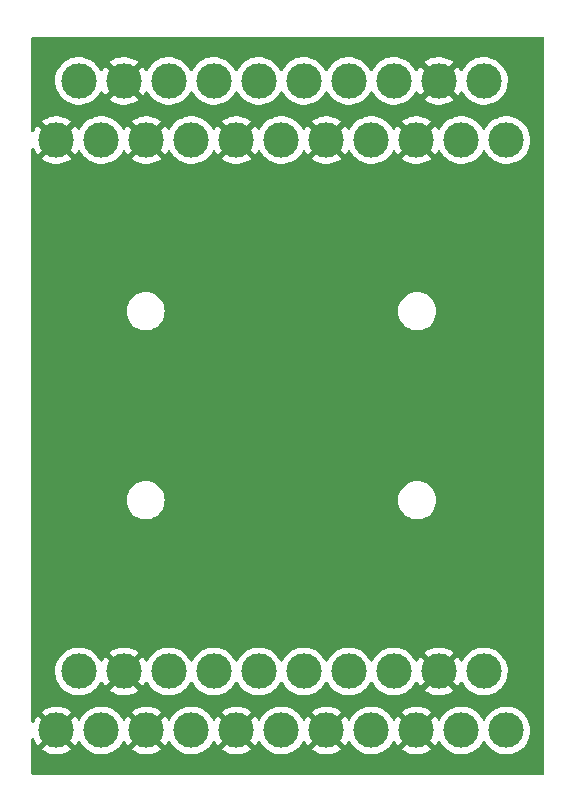
<source format=gbr>
%TF.GenerationSoftware,KiCad,Pcbnew,(6.0.8)*%
%TF.CreationDate,2023-05-31T19:07:23+02:00*%
%TF.ProjectId,RT5XP-EXP-Interconnect,52543558-502d-4455-9850-2d496e746572,rev?*%
%TF.SameCoordinates,Original*%
%TF.FileFunction,Copper,L2,Bot*%
%TF.FilePolarity,Positive*%
%FSLAX46Y46*%
G04 Gerber Fmt 4.6, Leading zero omitted, Abs format (unit mm)*
G04 Created by KiCad (PCBNEW (6.0.8)) date 2023-05-31 19:07:23*
%MOMM*%
%LPD*%
G01*
G04 APERTURE LIST*
%TA.AperFunction,ComponentPad*%
%ADD10C,3.000000*%
%TD*%
G04 APERTURE END LIST*
D10*
%TO.P,J2,1,Pin_1*%
%TO.N,unconnected-(J2-Pad1)*%
X149950000Y-90000000D03*
%TO.P,J2,2,Pin_2*%
%TO.N,AUDIOR*%
X148045000Y-85000000D03*
%TO.P,J2,3,Pin_3*%
%TO.N,unconnected-(J2-Pad3)*%
X146140000Y-90000000D03*
%TO.P,J2,4,Pin_4*%
%TO.N,GND*%
X144235000Y-85000000D03*
%TO.P,J2,5,Pin_5*%
X142330000Y-90000000D03*
%TO.P,J2,6,Pin_6*%
%TO.N,AUDIOL*%
X140425000Y-85000000D03*
%TO.P,J2,7,Pin_7*%
%TO.N,BLUE*%
X138520000Y-90000000D03*
%TO.P,J2,8,Pin_8*%
%TO.N,unconnected-(J2-Pad8)*%
X136615000Y-85000000D03*
%TO.P,J2,9,Pin_9*%
%TO.N,GND*%
X134710000Y-90000000D03*
%TO.P,J2,10,Pin_10*%
%TO.N,unconnected-(J2-Pad10)*%
X132805000Y-85000000D03*
%TO.P,J2,11,Pin_11*%
%TO.N,GREEN*%
X130900000Y-90000000D03*
%TO.P,J2,12,Pin_12*%
%TO.N,unconnected-(J2-Pad12)*%
X128995000Y-85000000D03*
%TO.P,J2,13,Pin_13*%
%TO.N,GND*%
X127090000Y-90000000D03*
%TO.P,J2,14,Pin_14*%
%TO.N,unconnected-(J2-Pad14)*%
X125185000Y-85000000D03*
%TO.P,J2,15,Pin_15*%
%TO.N,RED*%
X123280000Y-90000000D03*
%TO.P,J2,16,Pin_16*%
%TO.N,unconnected-(J2-Pad16)*%
X121375000Y-85000000D03*
%TO.P,J2,17,Pin_17*%
%TO.N,GND*%
X119470000Y-90000000D03*
%TO.P,J2,18,Pin_18*%
X117565000Y-85000000D03*
%TO.P,J2,19,Pin_19*%
%TO.N,unconnected-(J2-Pad19)*%
X115660000Y-90000000D03*
%TO.P,J2,20,Pin_20*%
%TO.N,SYNC*%
X113755000Y-85000000D03*
%TO.P,J2,21,Pin_21*%
%TO.N,GND*%
X111850000Y-90000000D03*
%TD*%
%TO.P,J1,21,Pin_21*%
%TO.N,GND*%
X111850000Y-140000000D03*
%TO.P,J1,20,Pin_20*%
%TO.N,unconnected-(J1-Pad20)*%
X113755000Y-135000000D03*
%TO.P,J1,19,Pin_19*%
%TO.N,SYNC*%
X115660000Y-140000000D03*
%TO.P,J1,18,Pin_18*%
%TO.N,GND*%
X117565000Y-135000000D03*
%TO.P,J1,17,Pin_17*%
X119470000Y-140000000D03*
%TO.P,J1,16,Pin_16*%
%TO.N,unconnected-(J1-Pad16)*%
X121375000Y-135000000D03*
%TO.P,J1,15,Pin_15*%
%TO.N,RED*%
X123280000Y-140000000D03*
%TO.P,J1,14,Pin_14*%
%TO.N,unconnected-(J1-Pad14)*%
X125185000Y-135000000D03*
%TO.P,J1,13,Pin_13*%
%TO.N,GND*%
X127090000Y-140000000D03*
%TO.P,J1,12,Pin_12*%
%TO.N,unconnected-(J1-Pad12)*%
X128995000Y-135000000D03*
%TO.P,J1,11,Pin_11*%
%TO.N,GREEN*%
X130900000Y-140000000D03*
%TO.P,J1,10,Pin_10*%
%TO.N,unconnected-(J1-Pad10)*%
X132805000Y-135000000D03*
%TO.P,J1,9,Pin_9*%
%TO.N,GND*%
X134710000Y-140000000D03*
%TO.P,J1,8,Pin_8*%
%TO.N,unconnected-(J1-Pad8)*%
X136615000Y-135000000D03*
%TO.P,J1,7,Pin_7*%
%TO.N,BLUE*%
X138520000Y-140000000D03*
%TO.P,J1,6,Pin_6*%
%TO.N,unconnected-(J1-Pad6)*%
X140425000Y-135000000D03*
%TO.P,J1,5,Pin_5*%
%TO.N,GND*%
X142330000Y-140000000D03*
%TO.P,J1,4,Pin_4*%
X144235000Y-135000000D03*
%TO.P,J1,3,Pin_3*%
%TO.N,AUDIOL*%
X146140000Y-140000000D03*
%TO.P,J1,2,Pin_2*%
%TO.N,unconnected-(J1-Pad2)*%
X148045000Y-135000000D03*
%TO.P,J1,1,Pin_1*%
%TO.N,AUDIOR*%
X149950000Y-140000000D03*
%TD*%
%TA.AperFunction,Conductor*%
%TO.N,GND*%
G36*
X153103621Y-81300502D02*
G01*
X153150114Y-81354158D01*
X153161500Y-81406500D01*
X153161500Y-143637500D01*
X153141498Y-143705621D01*
X153087842Y-143752114D01*
X153035500Y-143763500D01*
X109854500Y-143763500D01*
X109786379Y-143743498D01*
X109739886Y-143689842D01*
X109728500Y-143637500D01*
X109728500Y-141589654D01*
X110625618Y-141589654D01*
X110632673Y-141599627D01*
X110663679Y-141625551D01*
X110670598Y-141630579D01*
X110895272Y-141771515D01*
X110902807Y-141775556D01*
X111144520Y-141884694D01*
X111152551Y-141887680D01*
X111406832Y-141963002D01*
X111415184Y-141964869D01*
X111677340Y-142004984D01*
X111685874Y-142005700D01*
X111951045Y-142009867D01*
X111959596Y-142009418D01*
X112222883Y-141977557D01*
X112231284Y-141975955D01*
X112487824Y-141908653D01*
X112495926Y-141905926D01*
X112740949Y-141804434D01*
X112748617Y-141800628D01*
X112977598Y-141666822D01*
X112984679Y-141662009D01*
X113064655Y-141599301D01*
X113073125Y-141587442D01*
X113066608Y-141575818D01*
X111862812Y-140372022D01*
X111848868Y-140364408D01*
X111847035Y-140364539D01*
X111840420Y-140368790D01*
X110632910Y-141576300D01*
X110625618Y-141589654D01*
X109728500Y-141589654D01*
X109728500Y-140759818D01*
X109748502Y-140691697D01*
X109802158Y-140645204D01*
X109872432Y-140635100D01*
X109937012Y-140664594D01*
X109973707Y-140719005D01*
X109993184Y-140775894D01*
X109996499Y-140783779D01*
X110115664Y-141020713D01*
X110120020Y-141028079D01*
X110249347Y-141216250D01*
X110259601Y-141224594D01*
X110273342Y-141217448D01*
X111477978Y-140012812D01*
X111484356Y-140001132D01*
X112214408Y-140001132D01*
X112214539Y-140002965D01*
X112218790Y-140009580D01*
X113425730Y-141216520D01*
X113437939Y-141223187D01*
X113449439Y-141214497D01*
X113546831Y-141081913D01*
X113551418Y-141074685D01*
X113644498Y-140903254D01*
X113694581Y-140852932D01*
X113763919Y-140837676D01*
X113830498Y-140862328D01*
X113867794Y-140906762D01*
X113927160Y-141024799D01*
X113929586Y-141028328D01*
X113929589Y-141028334D01*
X114058741Y-141216250D01*
X114082274Y-141250490D01*
X114266582Y-141453043D01*
X114476675Y-141628707D01*
X114480316Y-141630991D01*
X114705024Y-141771951D01*
X114705028Y-141771953D01*
X114708664Y-141774234D01*
X114776544Y-141804883D01*
X114954345Y-141885164D01*
X114954349Y-141885166D01*
X114958257Y-141886930D01*
X114962377Y-141888150D01*
X114962376Y-141888150D01*
X115216723Y-141963491D01*
X115216727Y-141963492D01*
X115220836Y-141964709D01*
X115225070Y-141965357D01*
X115225075Y-141965358D01*
X115487298Y-142005483D01*
X115487300Y-142005483D01*
X115491540Y-142006132D01*
X115630912Y-142008322D01*
X115761071Y-142010367D01*
X115761077Y-142010367D01*
X115765362Y-142010434D01*
X116037235Y-141977534D01*
X116302127Y-141908041D01*
X116306087Y-141906401D01*
X116306092Y-141906399D01*
X116428631Y-141855641D01*
X116555136Y-141803241D01*
X116791582Y-141665073D01*
X116887767Y-141589654D01*
X118245618Y-141589654D01*
X118252673Y-141599627D01*
X118283679Y-141625551D01*
X118290598Y-141630579D01*
X118515272Y-141771515D01*
X118522807Y-141775556D01*
X118764520Y-141884694D01*
X118772551Y-141887680D01*
X119026832Y-141963002D01*
X119035184Y-141964869D01*
X119297340Y-142004984D01*
X119305874Y-142005700D01*
X119571045Y-142009867D01*
X119579596Y-142009418D01*
X119842883Y-141977557D01*
X119851284Y-141975955D01*
X120107824Y-141908653D01*
X120115926Y-141905926D01*
X120360949Y-141804434D01*
X120368617Y-141800628D01*
X120597598Y-141666822D01*
X120604679Y-141662009D01*
X120684655Y-141599301D01*
X120693125Y-141587442D01*
X120686608Y-141575818D01*
X119482812Y-140372022D01*
X119468868Y-140364408D01*
X119467035Y-140364539D01*
X119460420Y-140368790D01*
X118252910Y-141576300D01*
X118245618Y-141589654D01*
X116887767Y-141589654D01*
X117007089Y-141496094D01*
X117048809Y-141453043D01*
X117194686Y-141302509D01*
X117197669Y-141299431D01*
X117200202Y-141295983D01*
X117200206Y-141295978D01*
X117357257Y-141082178D01*
X117359795Y-141078723D01*
X117361841Y-141074955D01*
X117455062Y-140903264D01*
X117505145Y-140852942D01*
X117574483Y-140837686D01*
X117641062Y-140862339D01*
X117678358Y-140906772D01*
X117735664Y-141020713D01*
X117740020Y-141028079D01*
X117869347Y-141216250D01*
X117879601Y-141224594D01*
X117893342Y-141217448D01*
X119097978Y-140012812D01*
X119104356Y-140001132D01*
X119834408Y-140001132D01*
X119834539Y-140002965D01*
X119838790Y-140009580D01*
X121045730Y-141216520D01*
X121057939Y-141223187D01*
X121069439Y-141214497D01*
X121166831Y-141081913D01*
X121171418Y-141074685D01*
X121264498Y-140903254D01*
X121314581Y-140852932D01*
X121383919Y-140837676D01*
X121450498Y-140862328D01*
X121487794Y-140906762D01*
X121547160Y-141024799D01*
X121549586Y-141028328D01*
X121549589Y-141028334D01*
X121678741Y-141216250D01*
X121702274Y-141250490D01*
X121886582Y-141453043D01*
X122096675Y-141628707D01*
X122100316Y-141630991D01*
X122325024Y-141771951D01*
X122325028Y-141771953D01*
X122328664Y-141774234D01*
X122396544Y-141804883D01*
X122574345Y-141885164D01*
X122574349Y-141885166D01*
X122578257Y-141886930D01*
X122582377Y-141888150D01*
X122582376Y-141888150D01*
X122836723Y-141963491D01*
X122836727Y-141963492D01*
X122840836Y-141964709D01*
X122845070Y-141965357D01*
X122845075Y-141965358D01*
X123107298Y-142005483D01*
X123107300Y-142005483D01*
X123111540Y-142006132D01*
X123250912Y-142008322D01*
X123381071Y-142010367D01*
X123381077Y-142010367D01*
X123385362Y-142010434D01*
X123657235Y-141977534D01*
X123922127Y-141908041D01*
X123926087Y-141906401D01*
X123926092Y-141906399D01*
X124048631Y-141855641D01*
X124175136Y-141803241D01*
X124411582Y-141665073D01*
X124507767Y-141589654D01*
X125865618Y-141589654D01*
X125872673Y-141599627D01*
X125903679Y-141625551D01*
X125910598Y-141630579D01*
X126135272Y-141771515D01*
X126142807Y-141775556D01*
X126384520Y-141884694D01*
X126392551Y-141887680D01*
X126646832Y-141963002D01*
X126655184Y-141964869D01*
X126917340Y-142004984D01*
X126925874Y-142005700D01*
X127191045Y-142009867D01*
X127199596Y-142009418D01*
X127462883Y-141977557D01*
X127471284Y-141975955D01*
X127727824Y-141908653D01*
X127735926Y-141905926D01*
X127980949Y-141804434D01*
X127988617Y-141800628D01*
X128217598Y-141666822D01*
X128224679Y-141662009D01*
X128304655Y-141599301D01*
X128313125Y-141587442D01*
X128306608Y-141575818D01*
X127102812Y-140372022D01*
X127088868Y-140364408D01*
X127087035Y-140364539D01*
X127080420Y-140368790D01*
X125872910Y-141576300D01*
X125865618Y-141589654D01*
X124507767Y-141589654D01*
X124627089Y-141496094D01*
X124668809Y-141453043D01*
X124814686Y-141302509D01*
X124817669Y-141299431D01*
X124820202Y-141295983D01*
X124820206Y-141295978D01*
X124977257Y-141082178D01*
X124979795Y-141078723D01*
X124981841Y-141074955D01*
X125075062Y-140903264D01*
X125125145Y-140852942D01*
X125194483Y-140837686D01*
X125261062Y-140862339D01*
X125298358Y-140906772D01*
X125355664Y-141020713D01*
X125360020Y-141028079D01*
X125489347Y-141216250D01*
X125499601Y-141224594D01*
X125513342Y-141217448D01*
X126717978Y-140012812D01*
X126724356Y-140001132D01*
X127454408Y-140001132D01*
X127454539Y-140002965D01*
X127458790Y-140009580D01*
X128665730Y-141216520D01*
X128677939Y-141223187D01*
X128689439Y-141214497D01*
X128786831Y-141081913D01*
X128791418Y-141074685D01*
X128884498Y-140903254D01*
X128934581Y-140852932D01*
X129003919Y-140837676D01*
X129070498Y-140862328D01*
X129107794Y-140906762D01*
X129167160Y-141024799D01*
X129169586Y-141028328D01*
X129169589Y-141028334D01*
X129298741Y-141216250D01*
X129322274Y-141250490D01*
X129506582Y-141453043D01*
X129716675Y-141628707D01*
X129720316Y-141630991D01*
X129945024Y-141771951D01*
X129945028Y-141771953D01*
X129948664Y-141774234D01*
X130016544Y-141804883D01*
X130194345Y-141885164D01*
X130194349Y-141885166D01*
X130198257Y-141886930D01*
X130202377Y-141888150D01*
X130202376Y-141888150D01*
X130456723Y-141963491D01*
X130456727Y-141963492D01*
X130460836Y-141964709D01*
X130465070Y-141965357D01*
X130465075Y-141965358D01*
X130727298Y-142005483D01*
X130727300Y-142005483D01*
X130731540Y-142006132D01*
X130870912Y-142008322D01*
X131001071Y-142010367D01*
X131001077Y-142010367D01*
X131005362Y-142010434D01*
X131277235Y-141977534D01*
X131542127Y-141908041D01*
X131546087Y-141906401D01*
X131546092Y-141906399D01*
X131668631Y-141855641D01*
X131795136Y-141803241D01*
X132031582Y-141665073D01*
X132127767Y-141589654D01*
X133485618Y-141589654D01*
X133492673Y-141599627D01*
X133523679Y-141625551D01*
X133530598Y-141630579D01*
X133755272Y-141771515D01*
X133762807Y-141775556D01*
X134004520Y-141884694D01*
X134012551Y-141887680D01*
X134266832Y-141963002D01*
X134275184Y-141964869D01*
X134537340Y-142004984D01*
X134545874Y-142005700D01*
X134811045Y-142009867D01*
X134819596Y-142009418D01*
X135082883Y-141977557D01*
X135091284Y-141975955D01*
X135347824Y-141908653D01*
X135355926Y-141905926D01*
X135600949Y-141804434D01*
X135608617Y-141800628D01*
X135837598Y-141666822D01*
X135844679Y-141662009D01*
X135924655Y-141599301D01*
X135933125Y-141587442D01*
X135926608Y-141575818D01*
X134722812Y-140372022D01*
X134708868Y-140364408D01*
X134707035Y-140364539D01*
X134700420Y-140368790D01*
X133492910Y-141576300D01*
X133485618Y-141589654D01*
X132127767Y-141589654D01*
X132247089Y-141496094D01*
X132288809Y-141453043D01*
X132434686Y-141302509D01*
X132437669Y-141299431D01*
X132440202Y-141295983D01*
X132440206Y-141295978D01*
X132597257Y-141082178D01*
X132599795Y-141078723D01*
X132601841Y-141074955D01*
X132695062Y-140903264D01*
X132745145Y-140852942D01*
X132814483Y-140837686D01*
X132881062Y-140862339D01*
X132918358Y-140906772D01*
X132975664Y-141020713D01*
X132980020Y-141028079D01*
X133109347Y-141216250D01*
X133119601Y-141224594D01*
X133133342Y-141217448D01*
X134337978Y-140012812D01*
X134344356Y-140001132D01*
X135074408Y-140001132D01*
X135074539Y-140002965D01*
X135078790Y-140009580D01*
X136285730Y-141216520D01*
X136297939Y-141223187D01*
X136309439Y-141214497D01*
X136406831Y-141081913D01*
X136411418Y-141074685D01*
X136504498Y-140903254D01*
X136554581Y-140852932D01*
X136623919Y-140837676D01*
X136690498Y-140862328D01*
X136727794Y-140906762D01*
X136787160Y-141024799D01*
X136789586Y-141028328D01*
X136789589Y-141028334D01*
X136918741Y-141216250D01*
X136942274Y-141250490D01*
X137126582Y-141453043D01*
X137336675Y-141628707D01*
X137340316Y-141630991D01*
X137565024Y-141771951D01*
X137565028Y-141771953D01*
X137568664Y-141774234D01*
X137636544Y-141804883D01*
X137814345Y-141885164D01*
X137814349Y-141885166D01*
X137818257Y-141886930D01*
X137822377Y-141888150D01*
X137822376Y-141888150D01*
X138076723Y-141963491D01*
X138076727Y-141963492D01*
X138080836Y-141964709D01*
X138085070Y-141965357D01*
X138085075Y-141965358D01*
X138347298Y-142005483D01*
X138347300Y-142005483D01*
X138351540Y-142006132D01*
X138490912Y-142008322D01*
X138621071Y-142010367D01*
X138621077Y-142010367D01*
X138625362Y-142010434D01*
X138897235Y-141977534D01*
X139162127Y-141908041D01*
X139166087Y-141906401D01*
X139166092Y-141906399D01*
X139288631Y-141855641D01*
X139415136Y-141803241D01*
X139651582Y-141665073D01*
X139747767Y-141589654D01*
X141105618Y-141589654D01*
X141112673Y-141599627D01*
X141143679Y-141625551D01*
X141150598Y-141630579D01*
X141375272Y-141771515D01*
X141382807Y-141775556D01*
X141624520Y-141884694D01*
X141632551Y-141887680D01*
X141886832Y-141963002D01*
X141895184Y-141964869D01*
X142157340Y-142004984D01*
X142165874Y-142005700D01*
X142431045Y-142009867D01*
X142439596Y-142009418D01*
X142702883Y-141977557D01*
X142711284Y-141975955D01*
X142967824Y-141908653D01*
X142975926Y-141905926D01*
X143220949Y-141804434D01*
X143228617Y-141800628D01*
X143457598Y-141666822D01*
X143464679Y-141662009D01*
X143544655Y-141599301D01*
X143553125Y-141587442D01*
X143546608Y-141575818D01*
X142342812Y-140372022D01*
X142328868Y-140364408D01*
X142327035Y-140364539D01*
X142320420Y-140368790D01*
X141112910Y-141576300D01*
X141105618Y-141589654D01*
X139747767Y-141589654D01*
X139867089Y-141496094D01*
X139908809Y-141453043D01*
X140054686Y-141302509D01*
X140057669Y-141299431D01*
X140060202Y-141295983D01*
X140060206Y-141295978D01*
X140217257Y-141082178D01*
X140219795Y-141078723D01*
X140221841Y-141074955D01*
X140315062Y-140903264D01*
X140365145Y-140852942D01*
X140434483Y-140837686D01*
X140501062Y-140862339D01*
X140538358Y-140906772D01*
X140595664Y-141020713D01*
X140600020Y-141028079D01*
X140729347Y-141216250D01*
X140739601Y-141224594D01*
X140753342Y-141217448D01*
X141957978Y-140012812D01*
X141964356Y-140001132D01*
X142694408Y-140001132D01*
X142694539Y-140002965D01*
X142698790Y-140009580D01*
X143905730Y-141216520D01*
X143917939Y-141223187D01*
X143929439Y-141214497D01*
X144026831Y-141081913D01*
X144031418Y-141074685D01*
X144124498Y-140903254D01*
X144174581Y-140852932D01*
X144243919Y-140837676D01*
X144310498Y-140862328D01*
X144347794Y-140906762D01*
X144407160Y-141024799D01*
X144409586Y-141028328D01*
X144409589Y-141028334D01*
X144538741Y-141216250D01*
X144562274Y-141250490D01*
X144746582Y-141453043D01*
X144956675Y-141628707D01*
X144960316Y-141630991D01*
X145185024Y-141771951D01*
X145185028Y-141771953D01*
X145188664Y-141774234D01*
X145256544Y-141804883D01*
X145434345Y-141885164D01*
X145434349Y-141885166D01*
X145438257Y-141886930D01*
X145442377Y-141888150D01*
X145442376Y-141888150D01*
X145696723Y-141963491D01*
X145696727Y-141963492D01*
X145700836Y-141964709D01*
X145705070Y-141965357D01*
X145705075Y-141965358D01*
X145967298Y-142005483D01*
X145967300Y-142005483D01*
X145971540Y-142006132D01*
X146110912Y-142008322D01*
X146241071Y-142010367D01*
X146241077Y-142010367D01*
X146245362Y-142010434D01*
X146517235Y-141977534D01*
X146782127Y-141908041D01*
X146786087Y-141906401D01*
X146786092Y-141906399D01*
X146908631Y-141855641D01*
X147035136Y-141803241D01*
X147271582Y-141665073D01*
X147487089Y-141496094D01*
X147528809Y-141453043D01*
X147674686Y-141302509D01*
X147677669Y-141299431D01*
X147680202Y-141295983D01*
X147680206Y-141295978D01*
X147837257Y-141082178D01*
X147839795Y-141078723D01*
X147841841Y-141074955D01*
X147934772Y-140903798D01*
X147984855Y-140853476D01*
X148054193Y-140838220D01*
X148120772Y-140862873D01*
X148158067Y-140907304D01*
X148217160Y-141024799D01*
X148219586Y-141028328D01*
X148219589Y-141028334D01*
X148348741Y-141216250D01*
X148372274Y-141250490D01*
X148556582Y-141453043D01*
X148766675Y-141628707D01*
X148770316Y-141630991D01*
X148995024Y-141771951D01*
X148995028Y-141771953D01*
X148998664Y-141774234D01*
X149066544Y-141804883D01*
X149244345Y-141885164D01*
X149244349Y-141885166D01*
X149248257Y-141886930D01*
X149252377Y-141888150D01*
X149252376Y-141888150D01*
X149506723Y-141963491D01*
X149506727Y-141963492D01*
X149510836Y-141964709D01*
X149515070Y-141965357D01*
X149515075Y-141965358D01*
X149777298Y-142005483D01*
X149777300Y-142005483D01*
X149781540Y-142006132D01*
X149920912Y-142008322D01*
X150051071Y-142010367D01*
X150051077Y-142010367D01*
X150055362Y-142010434D01*
X150327235Y-141977534D01*
X150592127Y-141908041D01*
X150596087Y-141906401D01*
X150596092Y-141906399D01*
X150718631Y-141855641D01*
X150845136Y-141803241D01*
X151081582Y-141665073D01*
X151297089Y-141496094D01*
X151338809Y-141453043D01*
X151484686Y-141302509D01*
X151487669Y-141299431D01*
X151490202Y-141295983D01*
X151490206Y-141295978D01*
X151647257Y-141082178D01*
X151649795Y-141078723D01*
X151651841Y-141074955D01*
X151778418Y-140841830D01*
X151778419Y-140841828D01*
X151780468Y-140838054D01*
X151853340Y-140645204D01*
X151875751Y-140585895D01*
X151875752Y-140585891D01*
X151877269Y-140581877D01*
X151938407Y-140314933D01*
X151962751Y-140042161D01*
X151963193Y-140000000D01*
X151944567Y-139726778D01*
X151889032Y-139458612D01*
X151797617Y-139200465D01*
X151672013Y-138957112D01*
X151662040Y-138942921D01*
X151517008Y-138736562D01*
X151514545Y-138733057D01*
X151328125Y-138532445D01*
X151324810Y-138529731D01*
X151324806Y-138529728D01*
X151119523Y-138361706D01*
X151116205Y-138358990D01*
X150882704Y-138215901D01*
X150878768Y-138214173D01*
X150635873Y-138107549D01*
X150635869Y-138107548D01*
X150631945Y-138105825D01*
X150368566Y-138030800D01*
X150364324Y-138030196D01*
X150364318Y-138030195D01*
X150163834Y-138001662D01*
X150097443Y-137992213D01*
X149953589Y-137991460D01*
X149827877Y-137990802D01*
X149827871Y-137990802D01*
X149823591Y-137990780D01*
X149819347Y-137991339D01*
X149819343Y-137991339D01*
X149700302Y-138007011D01*
X149552078Y-138026525D01*
X149547938Y-138027658D01*
X149547936Y-138027658D01*
X149475008Y-138047609D01*
X149287928Y-138098788D01*
X149283980Y-138100472D01*
X149039982Y-138204546D01*
X149039978Y-138204548D01*
X149036030Y-138206232D01*
X149016125Y-138218145D01*
X148804725Y-138344664D01*
X148804721Y-138344667D01*
X148801043Y-138346868D01*
X148587318Y-138518094D01*
X148398808Y-138716742D01*
X148239002Y-138939136D01*
X148236998Y-138942921D01*
X148156185Y-139095551D01*
X148106632Y-139146394D01*
X148037457Y-139162376D01*
X147970624Y-139138422D01*
X147932864Y-139094382D01*
X147863978Y-138960919D01*
X147863978Y-138960918D01*
X147862013Y-138957112D01*
X147852040Y-138942921D01*
X147707008Y-138736562D01*
X147704545Y-138733057D01*
X147518125Y-138532445D01*
X147514810Y-138529731D01*
X147514806Y-138529728D01*
X147309523Y-138361706D01*
X147306205Y-138358990D01*
X147072704Y-138215901D01*
X147068768Y-138214173D01*
X146825873Y-138107549D01*
X146825869Y-138107548D01*
X146821945Y-138105825D01*
X146558566Y-138030800D01*
X146554324Y-138030196D01*
X146554318Y-138030195D01*
X146353834Y-138001662D01*
X146287443Y-137992213D01*
X146143589Y-137991460D01*
X146017877Y-137990802D01*
X146017871Y-137990802D01*
X146013591Y-137990780D01*
X146009347Y-137991339D01*
X146009343Y-137991339D01*
X145890302Y-138007011D01*
X145742078Y-138026525D01*
X145737938Y-138027658D01*
X145737936Y-138027658D01*
X145665008Y-138047609D01*
X145477928Y-138098788D01*
X145473980Y-138100472D01*
X145229982Y-138204546D01*
X145229978Y-138204548D01*
X145226030Y-138206232D01*
X145206125Y-138218145D01*
X144994725Y-138344664D01*
X144994721Y-138344667D01*
X144991043Y-138346868D01*
X144777318Y-138518094D01*
X144588808Y-138716742D01*
X144429002Y-138939136D01*
X144426998Y-138942921D01*
X144345900Y-139096089D01*
X144296347Y-139146932D01*
X144227172Y-139162914D01*
X144160339Y-139138960D01*
X144122579Y-139094920D01*
X144053550Y-138961178D01*
X144049122Y-138953866D01*
X143930031Y-138784417D01*
X143919509Y-138776037D01*
X143906121Y-138783089D01*
X142702022Y-139987188D01*
X142694408Y-140001132D01*
X141964356Y-140001132D01*
X141965592Y-139998868D01*
X141965461Y-139997035D01*
X141961210Y-139990420D01*
X140753814Y-138783024D01*
X140741804Y-138776466D01*
X140730064Y-138785434D01*
X140621935Y-138935911D01*
X140617418Y-138943196D01*
X140536463Y-139096093D01*
X140486910Y-139146936D01*
X140417736Y-139162918D01*
X140350902Y-139138964D01*
X140313143Y-139094924D01*
X140243978Y-138960919D01*
X140243978Y-138960918D01*
X140242013Y-138957112D01*
X140232040Y-138942921D01*
X140087008Y-138736562D01*
X140084545Y-138733057D01*
X139898125Y-138532445D01*
X139894810Y-138529731D01*
X139894806Y-138529728D01*
X139751581Y-138412500D01*
X141106584Y-138412500D01*
X141112980Y-138423770D01*
X142317188Y-139627978D01*
X142331132Y-139635592D01*
X142332965Y-139635461D01*
X142339580Y-139631210D01*
X143546604Y-138424186D01*
X143553795Y-138411017D01*
X143546473Y-138400780D01*
X143499233Y-138362115D01*
X143492261Y-138357160D01*
X143266122Y-138218582D01*
X143258552Y-138214624D01*
X143015704Y-138108022D01*
X143007644Y-138105120D01*
X142752592Y-138032467D01*
X142744214Y-138030685D01*
X142481656Y-137993318D01*
X142473111Y-137992691D01*
X142207908Y-137991302D01*
X142199374Y-137991839D01*
X141936433Y-138026456D01*
X141928035Y-138028149D01*
X141672238Y-138098127D01*
X141664143Y-138100946D01*
X141420199Y-138204997D01*
X141412577Y-138208881D01*
X141185013Y-138345075D01*
X141177981Y-138349962D01*
X141115053Y-138400377D01*
X141106584Y-138412500D01*
X139751581Y-138412500D01*
X139689523Y-138361706D01*
X139686205Y-138358990D01*
X139452704Y-138215901D01*
X139448768Y-138214173D01*
X139205873Y-138107549D01*
X139205869Y-138107548D01*
X139201945Y-138105825D01*
X138938566Y-138030800D01*
X138934324Y-138030196D01*
X138934318Y-138030195D01*
X138733834Y-138001662D01*
X138667443Y-137992213D01*
X138523589Y-137991460D01*
X138397877Y-137990802D01*
X138397871Y-137990802D01*
X138393591Y-137990780D01*
X138389347Y-137991339D01*
X138389343Y-137991339D01*
X138270302Y-138007011D01*
X138122078Y-138026525D01*
X138117938Y-138027658D01*
X138117936Y-138027658D01*
X138045008Y-138047609D01*
X137857928Y-138098788D01*
X137853980Y-138100472D01*
X137609982Y-138204546D01*
X137609978Y-138204548D01*
X137606030Y-138206232D01*
X137586125Y-138218145D01*
X137374725Y-138344664D01*
X137374721Y-138344667D01*
X137371043Y-138346868D01*
X137157318Y-138518094D01*
X136968808Y-138716742D01*
X136809002Y-138939136D01*
X136806998Y-138942921D01*
X136725900Y-139096089D01*
X136676347Y-139146932D01*
X136607172Y-139162914D01*
X136540339Y-139138960D01*
X136502579Y-139094920D01*
X136433550Y-138961178D01*
X136429122Y-138953866D01*
X136310031Y-138784417D01*
X136299509Y-138776037D01*
X136286121Y-138783089D01*
X135082022Y-139987188D01*
X135074408Y-140001132D01*
X134344356Y-140001132D01*
X134345592Y-139998868D01*
X134345461Y-139997035D01*
X134341210Y-139990420D01*
X133133814Y-138783024D01*
X133121804Y-138776466D01*
X133110064Y-138785434D01*
X133001935Y-138935911D01*
X132997418Y-138943196D01*
X132916463Y-139096093D01*
X132866910Y-139146936D01*
X132797736Y-139162918D01*
X132730902Y-139138964D01*
X132693143Y-139094924D01*
X132623978Y-138960919D01*
X132623978Y-138960918D01*
X132622013Y-138957112D01*
X132612040Y-138942921D01*
X132467008Y-138736562D01*
X132464545Y-138733057D01*
X132278125Y-138532445D01*
X132274810Y-138529731D01*
X132274806Y-138529728D01*
X132131581Y-138412500D01*
X133486584Y-138412500D01*
X133492980Y-138423770D01*
X134697188Y-139627978D01*
X134711132Y-139635592D01*
X134712965Y-139635461D01*
X134719580Y-139631210D01*
X135926604Y-138424186D01*
X135933795Y-138411017D01*
X135926473Y-138400780D01*
X135879233Y-138362115D01*
X135872261Y-138357160D01*
X135646122Y-138218582D01*
X135638552Y-138214624D01*
X135395704Y-138108022D01*
X135387644Y-138105120D01*
X135132592Y-138032467D01*
X135124214Y-138030685D01*
X134861656Y-137993318D01*
X134853111Y-137992691D01*
X134587908Y-137991302D01*
X134579374Y-137991839D01*
X134316433Y-138026456D01*
X134308035Y-138028149D01*
X134052238Y-138098127D01*
X134044143Y-138100946D01*
X133800199Y-138204997D01*
X133792577Y-138208881D01*
X133565013Y-138345075D01*
X133557981Y-138349962D01*
X133495053Y-138400377D01*
X133486584Y-138412500D01*
X132131581Y-138412500D01*
X132069523Y-138361706D01*
X132066205Y-138358990D01*
X131832704Y-138215901D01*
X131828768Y-138214173D01*
X131585873Y-138107549D01*
X131585869Y-138107548D01*
X131581945Y-138105825D01*
X131318566Y-138030800D01*
X131314324Y-138030196D01*
X131314318Y-138030195D01*
X131113834Y-138001662D01*
X131047443Y-137992213D01*
X130903589Y-137991460D01*
X130777877Y-137990802D01*
X130777871Y-137990802D01*
X130773591Y-137990780D01*
X130769347Y-137991339D01*
X130769343Y-137991339D01*
X130650302Y-138007011D01*
X130502078Y-138026525D01*
X130497938Y-138027658D01*
X130497936Y-138027658D01*
X130425008Y-138047609D01*
X130237928Y-138098788D01*
X130233980Y-138100472D01*
X129989982Y-138204546D01*
X129989978Y-138204548D01*
X129986030Y-138206232D01*
X129966125Y-138218145D01*
X129754725Y-138344664D01*
X129754721Y-138344667D01*
X129751043Y-138346868D01*
X129537318Y-138518094D01*
X129348808Y-138716742D01*
X129189002Y-138939136D01*
X129186998Y-138942921D01*
X129105900Y-139096089D01*
X129056347Y-139146932D01*
X128987172Y-139162914D01*
X128920339Y-139138960D01*
X128882579Y-139094920D01*
X128813550Y-138961178D01*
X128809122Y-138953866D01*
X128690031Y-138784417D01*
X128679509Y-138776037D01*
X128666121Y-138783089D01*
X127462022Y-139987188D01*
X127454408Y-140001132D01*
X126724356Y-140001132D01*
X126725592Y-139998868D01*
X126725461Y-139997035D01*
X126721210Y-139990420D01*
X125513814Y-138783024D01*
X125501804Y-138776466D01*
X125490064Y-138785434D01*
X125381935Y-138935911D01*
X125377418Y-138943196D01*
X125296463Y-139096093D01*
X125246910Y-139146936D01*
X125177736Y-139162918D01*
X125110902Y-139138964D01*
X125073143Y-139094924D01*
X125003978Y-138960919D01*
X125003978Y-138960918D01*
X125002013Y-138957112D01*
X124992040Y-138942921D01*
X124847008Y-138736562D01*
X124844545Y-138733057D01*
X124658125Y-138532445D01*
X124654810Y-138529731D01*
X124654806Y-138529728D01*
X124511581Y-138412500D01*
X125866584Y-138412500D01*
X125872980Y-138423770D01*
X127077188Y-139627978D01*
X127091132Y-139635592D01*
X127092965Y-139635461D01*
X127099580Y-139631210D01*
X128306604Y-138424186D01*
X128313795Y-138411017D01*
X128306473Y-138400780D01*
X128259233Y-138362115D01*
X128252261Y-138357160D01*
X128026122Y-138218582D01*
X128018552Y-138214624D01*
X127775704Y-138108022D01*
X127767644Y-138105120D01*
X127512592Y-138032467D01*
X127504214Y-138030685D01*
X127241656Y-137993318D01*
X127233111Y-137992691D01*
X126967908Y-137991302D01*
X126959374Y-137991839D01*
X126696433Y-138026456D01*
X126688035Y-138028149D01*
X126432238Y-138098127D01*
X126424143Y-138100946D01*
X126180199Y-138204997D01*
X126172577Y-138208881D01*
X125945013Y-138345075D01*
X125937981Y-138349962D01*
X125875053Y-138400377D01*
X125866584Y-138412500D01*
X124511581Y-138412500D01*
X124449523Y-138361706D01*
X124446205Y-138358990D01*
X124212704Y-138215901D01*
X124208768Y-138214173D01*
X123965873Y-138107549D01*
X123965869Y-138107548D01*
X123961945Y-138105825D01*
X123698566Y-138030800D01*
X123694324Y-138030196D01*
X123694318Y-138030195D01*
X123493834Y-138001662D01*
X123427443Y-137992213D01*
X123283589Y-137991460D01*
X123157877Y-137990802D01*
X123157871Y-137990802D01*
X123153591Y-137990780D01*
X123149347Y-137991339D01*
X123149343Y-137991339D01*
X123030302Y-138007011D01*
X122882078Y-138026525D01*
X122877938Y-138027658D01*
X122877936Y-138027658D01*
X122805008Y-138047609D01*
X122617928Y-138098788D01*
X122613980Y-138100472D01*
X122369982Y-138204546D01*
X122369978Y-138204548D01*
X122366030Y-138206232D01*
X122346125Y-138218145D01*
X122134725Y-138344664D01*
X122134721Y-138344667D01*
X122131043Y-138346868D01*
X121917318Y-138518094D01*
X121728808Y-138716742D01*
X121569002Y-138939136D01*
X121566998Y-138942921D01*
X121485900Y-139096089D01*
X121436347Y-139146932D01*
X121367172Y-139162914D01*
X121300339Y-139138960D01*
X121262579Y-139094920D01*
X121193550Y-138961178D01*
X121189122Y-138953866D01*
X121070031Y-138784417D01*
X121059509Y-138776037D01*
X121046121Y-138783089D01*
X119842022Y-139987188D01*
X119834408Y-140001132D01*
X119104356Y-140001132D01*
X119105592Y-139998868D01*
X119105461Y-139997035D01*
X119101210Y-139990420D01*
X117893814Y-138783024D01*
X117881804Y-138776466D01*
X117870064Y-138785434D01*
X117761935Y-138935911D01*
X117757418Y-138943196D01*
X117676463Y-139096093D01*
X117626910Y-139146936D01*
X117557736Y-139162918D01*
X117490902Y-139138964D01*
X117453143Y-139094924D01*
X117383978Y-138960919D01*
X117383978Y-138960918D01*
X117382013Y-138957112D01*
X117372040Y-138942921D01*
X117227008Y-138736562D01*
X117224545Y-138733057D01*
X117038125Y-138532445D01*
X117034810Y-138529731D01*
X117034806Y-138529728D01*
X116891581Y-138412500D01*
X118246584Y-138412500D01*
X118252980Y-138423770D01*
X119457188Y-139627978D01*
X119471132Y-139635592D01*
X119472965Y-139635461D01*
X119479580Y-139631210D01*
X120686604Y-138424186D01*
X120693795Y-138411017D01*
X120686473Y-138400780D01*
X120639233Y-138362115D01*
X120632261Y-138357160D01*
X120406122Y-138218582D01*
X120398552Y-138214624D01*
X120155704Y-138108022D01*
X120147644Y-138105120D01*
X119892592Y-138032467D01*
X119884214Y-138030685D01*
X119621656Y-137993318D01*
X119613111Y-137992691D01*
X119347908Y-137991302D01*
X119339374Y-137991839D01*
X119076433Y-138026456D01*
X119068035Y-138028149D01*
X118812238Y-138098127D01*
X118804143Y-138100946D01*
X118560199Y-138204997D01*
X118552577Y-138208881D01*
X118325013Y-138345075D01*
X118317981Y-138349962D01*
X118255053Y-138400377D01*
X118246584Y-138412500D01*
X116891581Y-138412500D01*
X116829523Y-138361706D01*
X116826205Y-138358990D01*
X116592704Y-138215901D01*
X116588768Y-138214173D01*
X116345873Y-138107549D01*
X116345869Y-138107548D01*
X116341945Y-138105825D01*
X116078566Y-138030800D01*
X116074324Y-138030196D01*
X116074318Y-138030195D01*
X115873834Y-138001662D01*
X115807443Y-137992213D01*
X115663589Y-137991460D01*
X115537877Y-137990802D01*
X115537871Y-137990802D01*
X115533591Y-137990780D01*
X115529347Y-137991339D01*
X115529343Y-137991339D01*
X115410302Y-138007011D01*
X115262078Y-138026525D01*
X115257938Y-138027658D01*
X115257936Y-138027658D01*
X115185008Y-138047609D01*
X114997928Y-138098788D01*
X114993980Y-138100472D01*
X114749982Y-138204546D01*
X114749978Y-138204548D01*
X114746030Y-138206232D01*
X114726125Y-138218145D01*
X114514725Y-138344664D01*
X114514721Y-138344667D01*
X114511043Y-138346868D01*
X114297318Y-138518094D01*
X114108808Y-138716742D01*
X113949002Y-138939136D01*
X113946998Y-138942921D01*
X113865900Y-139096089D01*
X113816347Y-139146932D01*
X113747172Y-139162914D01*
X113680339Y-139138960D01*
X113642579Y-139094920D01*
X113573550Y-138961178D01*
X113569122Y-138953866D01*
X113450031Y-138784417D01*
X113439509Y-138776037D01*
X113426121Y-138783089D01*
X112222022Y-139987188D01*
X112214408Y-140001132D01*
X111484356Y-140001132D01*
X111485592Y-139998868D01*
X111485461Y-139997035D01*
X111481210Y-139990420D01*
X110273814Y-138783024D01*
X110261804Y-138776466D01*
X110250064Y-138785434D01*
X110141935Y-138935911D01*
X110137418Y-138943196D01*
X110013325Y-139177567D01*
X110009839Y-139185395D01*
X109972826Y-139286539D01*
X109930632Y-139343637D01*
X109864267Y-139368859D01*
X109794801Y-139354197D01*
X109744289Y-139304307D01*
X109728500Y-139243238D01*
X109728500Y-138412500D01*
X110626584Y-138412500D01*
X110632980Y-138423770D01*
X111837188Y-139627978D01*
X111851132Y-139635592D01*
X111852965Y-139635461D01*
X111859580Y-139631210D01*
X113066604Y-138424186D01*
X113073795Y-138411017D01*
X113066473Y-138400780D01*
X113019233Y-138362115D01*
X113012261Y-138357160D01*
X112786122Y-138218582D01*
X112778552Y-138214624D01*
X112535704Y-138108022D01*
X112527644Y-138105120D01*
X112272592Y-138032467D01*
X112264214Y-138030685D01*
X112001656Y-137993318D01*
X111993111Y-137992691D01*
X111727908Y-137991302D01*
X111719374Y-137991839D01*
X111456433Y-138026456D01*
X111448035Y-138028149D01*
X111192238Y-138098127D01*
X111184143Y-138100946D01*
X110940199Y-138204997D01*
X110932577Y-138208881D01*
X110705013Y-138345075D01*
X110697981Y-138349962D01*
X110635053Y-138400377D01*
X110626584Y-138412500D01*
X109728500Y-138412500D01*
X109728500Y-134978918D01*
X111741917Y-134978918D01*
X111757682Y-135252320D01*
X111758507Y-135256525D01*
X111758508Y-135256533D01*
X111779698Y-135364539D01*
X111810405Y-135521053D01*
X111811792Y-135525103D01*
X111811793Y-135525108D01*
X111832605Y-135585895D01*
X111899112Y-135780144D01*
X112022160Y-136024799D01*
X112024586Y-136028328D01*
X112024589Y-136028334D01*
X112153741Y-136216250D01*
X112177274Y-136250490D01*
X112361582Y-136453043D01*
X112571675Y-136628707D01*
X112575316Y-136630991D01*
X112800024Y-136771951D01*
X112800028Y-136771953D01*
X112803664Y-136774234D01*
X112871544Y-136804883D01*
X113049345Y-136885164D01*
X113049349Y-136885166D01*
X113053257Y-136886930D01*
X113057377Y-136888150D01*
X113057376Y-136888150D01*
X113311723Y-136963491D01*
X113311727Y-136963492D01*
X113315836Y-136964709D01*
X113320070Y-136965357D01*
X113320075Y-136965358D01*
X113582298Y-137005483D01*
X113582300Y-137005483D01*
X113586540Y-137006132D01*
X113725912Y-137008322D01*
X113856071Y-137010367D01*
X113856077Y-137010367D01*
X113860362Y-137010434D01*
X114132235Y-136977534D01*
X114397127Y-136908041D01*
X114401087Y-136906401D01*
X114401092Y-136906399D01*
X114523631Y-136855641D01*
X114650136Y-136803241D01*
X114886582Y-136665073D01*
X114982767Y-136589654D01*
X116340618Y-136589654D01*
X116347673Y-136599627D01*
X116378679Y-136625551D01*
X116385598Y-136630579D01*
X116610272Y-136771515D01*
X116617807Y-136775556D01*
X116859520Y-136884694D01*
X116867551Y-136887680D01*
X117121832Y-136963002D01*
X117130184Y-136964869D01*
X117392340Y-137004984D01*
X117400874Y-137005700D01*
X117666045Y-137009867D01*
X117674596Y-137009418D01*
X117937883Y-136977557D01*
X117946284Y-136975955D01*
X118202824Y-136908653D01*
X118210926Y-136905926D01*
X118455949Y-136804434D01*
X118463617Y-136800628D01*
X118692598Y-136666822D01*
X118699679Y-136662009D01*
X118779655Y-136599301D01*
X118788125Y-136587442D01*
X118781608Y-136575818D01*
X117577812Y-135372022D01*
X117563868Y-135364408D01*
X117562035Y-135364539D01*
X117555420Y-135368790D01*
X116347910Y-136576300D01*
X116340618Y-136589654D01*
X114982767Y-136589654D01*
X115102089Y-136496094D01*
X115143809Y-136453043D01*
X115289686Y-136302509D01*
X115292669Y-136299431D01*
X115295202Y-136295983D01*
X115295206Y-136295978D01*
X115452257Y-136082178D01*
X115454795Y-136078723D01*
X115456841Y-136074955D01*
X115550062Y-135903264D01*
X115600145Y-135852942D01*
X115669483Y-135837686D01*
X115736062Y-135862339D01*
X115773358Y-135906772D01*
X115830664Y-136020713D01*
X115835020Y-136028079D01*
X115964347Y-136216250D01*
X115974601Y-136224594D01*
X115988342Y-136217448D01*
X117192978Y-135012812D01*
X117199356Y-135001132D01*
X117929408Y-135001132D01*
X117929539Y-135002965D01*
X117933790Y-135009580D01*
X119140730Y-136216520D01*
X119152939Y-136223187D01*
X119164439Y-136214497D01*
X119261831Y-136081913D01*
X119266418Y-136074685D01*
X119359498Y-135903254D01*
X119409581Y-135852932D01*
X119478919Y-135837676D01*
X119545498Y-135862328D01*
X119582794Y-135906762D01*
X119642160Y-136024799D01*
X119644586Y-136028328D01*
X119644589Y-136028334D01*
X119773741Y-136216250D01*
X119797274Y-136250490D01*
X119981582Y-136453043D01*
X120191675Y-136628707D01*
X120195316Y-136630991D01*
X120420024Y-136771951D01*
X120420028Y-136771953D01*
X120423664Y-136774234D01*
X120491544Y-136804883D01*
X120669345Y-136885164D01*
X120669349Y-136885166D01*
X120673257Y-136886930D01*
X120677377Y-136888150D01*
X120677376Y-136888150D01*
X120931723Y-136963491D01*
X120931727Y-136963492D01*
X120935836Y-136964709D01*
X120940070Y-136965357D01*
X120940075Y-136965358D01*
X121202298Y-137005483D01*
X121202300Y-137005483D01*
X121206540Y-137006132D01*
X121345912Y-137008322D01*
X121476071Y-137010367D01*
X121476077Y-137010367D01*
X121480362Y-137010434D01*
X121752235Y-136977534D01*
X122017127Y-136908041D01*
X122021087Y-136906401D01*
X122021092Y-136906399D01*
X122143631Y-136855641D01*
X122270136Y-136803241D01*
X122506582Y-136665073D01*
X122722089Y-136496094D01*
X122763809Y-136453043D01*
X122909686Y-136302509D01*
X122912669Y-136299431D01*
X122915202Y-136295983D01*
X122915206Y-136295978D01*
X123072257Y-136082178D01*
X123074795Y-136078723D01*
X123076841Y-136074955D01*
X123169772Y-135903798D01*
X123219855Y-135853476D01*
X123289193Y-135838220D01*
X123355772Y-135862873D01*
X123393067Y-135907304D01*
X123452160Y-136024799D01*
X123454586Y-136028328D01*
X123454589Y-136028334D01*
X123583741Y-136216250D01*
X123607274Y-136250490D01*
X123791582Y-136453043D01*
X124001675Y-136628707D01*
X124005316Y-136630991D01*
X124230024Y-136771951D01*
X124230028Y-136771953D01*
X124233664Y-136774234D01*
X124301544Y-136804883D01*
X124479345Y-136885164D01*
X124479349Y-136885166D01*
X124483257Y-136886930D01*
X124487377Y-136888150D01*
X124487376Y-136888150D01*
X124741723Y-136963491D01*
X124741727Y-136963492D01*
X124745836Y-136964709D01*
X124750070Y-136965357D01*
X124750075Y-136965358D01*
X125012298Y-137005483D01*
X125012300Y-137005483D01*
X125016540Y-137006132D01*
X125155912Y-137008322D01*
X125286071Y-137010367D01*
X125286077Y-137010367D01*
X125290362Y-137010434D01*
X125562235Y-136977534D01*
X125827127Y-136908041D01*
X125831087Y-136906401D01*
X125831092Y-136906399D01*
X125953631Y-136855641D01*
X126080136Y-136803241D01*
X126316582Y-136665073D01*
X126532089Y-136496094D01*
X126573809Y-136453043D01*
X126719686Y-136302509D01*
X126722669Y-136299431D01*
X126725202Y-136295983D01*
X126725206Y-136295978D01*
X126882257Y-136082178D01*
X126884795Y-136078723D01*
X126886841Y-136074955D01*
X126979772Y-135903798D01*
X127029855Y-135853476D01*
X127099193Y-135838220D01*
X127165772Y-135862873D01*
X127203067Y-135907304D01*
X127262160Y-136024799D01*
X127264586Y-136028328D01*
X127264589Y-136028334D01*
X127393741Y-136216250D01*
X127417274Y-136250490D01*
X127601582Y-136453043D01*
X127811675Y-136628707D01*
X127815316Y-136630991D01*
X128040024Y-136771951D01*
X128040028Y-136771953D01*
X128043664Y-136774234D01*
X128111544Y-136804883D01*
X128289345Y-136885164D01*
X128289349Y-136885166D01*
X128293257Y-136886930D01*
X128297377Y-136888150D01*
X128297376Y-136888150D01*
X128551723Y-136963491D01*
X128551727Y-136963492D01*
X128555836Y-136964709D01*
X128560070Y-136965357D01*
X128560075Y-136965358D01*
X128822298Y-137005483D01*
X128822300Y-137005483D01*
X128826540Y-137006132D01*
X128965912Y-137008322D01*
X129096071Y-137010367D01*
X129096077Y-137010367D01*
X129100362Y-137010434D01*
X129372235Y-136977534D01*
X129637127Y-136908041D01*
X129641087Y-136906401D01*
X129641092Y-136906399D01*
X129763631Y-136855641D01*
X129890136Y-136803241D01*
X130126582Y-136665073D01*
X130342089Y-136496094D01*
X130383809Y-136453043D01*
X130529686Y-136302509D01*
X130532669Y-136299431D01*
X130535202Y-136295983D01*
X130535206Y-136295978D01*
X130692257Y-136082178D01*
X130694795Y-136078723D01*
X130696841Y-136074955D01*
X130789772Y-135903798D01*
X130839855Y-135853476D01*
X130909193Y-135838220D01*
X130975772Y-135862873D01*
X131013067Y-135907304D01*
X131072160Y-136024799D01*
X131074586Y-136028328D01*
X131074589Y-136028334D01*
X131203741Y-136216250D01*
X131227274Y-136250490D01*
X131411582Y-136453043D01*
X131621675Y-136628707D01*
X131625316Y-136630991D01*
X131850024Y-136771951D01*
X131850028Y-136771953D01*
X131853664Y-136774234D01*
X131921544Y-136804883D01*
X132099345Y-136885164D01*
X132099349Y-136885166D01*
X132103257Y-136886930D01*
X132107377Y-136888150D01*
X132107376Y-136888150D01*
X132361723Y-136963491D01*
X132361727Y-136963492D01*
X132365836Y-136964709D01*
X132370070Y-136965357D01*
X132370075Y-136965358D01*
X132632298Y-137005483D01*
X132632300Y-137005483D01*
X132636540Y-137006132D01*
X132775912Y-137008322D01*
X132906071Y-137010367D01*
X132906077Y-137010367D01*
X132910362Y-137010434D01*
X133182235Y-136977534D01*
X133447127Y-136908041D01*
X133451087Y-136906401D01*
X133451092Y-136906399D01*
X133573631Y-136855641D01*
X133700136Y-136803241D01*
X133936582Y-136665073D01*
X134152089Y-136496094D01*
X134193809Y-136453043D01*
X134339686Y-136302509D01*
X134342669Y-136299431D01*
X134345202Y-136295983D01*
X134345206Y-136295978D01*
X134502257Y-136082178D01*
X134504795Y-136078723D01*
X134506841Y-136074955D01*
X134599772Y-135903798D01*
X134649855Y-135853476D01*
X134719193Y-135838220D01*
X134785772Y-135862873D01*
X134823067Y-135907304D01*
X134882160Y-136024799D01*
X134884586Y-136028328D01*
X134884589Y-136028334D01*
X135013741Y-136216250D01*
X135037274Y-136250490D01*
X135221582Y-136453043D01*
X135431675Y-136628707D01*
X135435316Y-136630991D01*
X135660024Y-136771951D01*
X135660028Y-136771953D01*
X135663664Y-136774234D01*
X135731544Y-136804883D01*
X135909345Y-136885164D01*
X135909349Y-136885166D01*
X135913257Y-136886930D01*
X135917377Y-136888150D01*
X135917376Y-136888150D01*
X136171723Y-136963491D01*
X136171727Y-136963492D01*
X136175836Y-136964709D01*
X136180070Y-136965357D01*
X136180075Y-136965358D01*
X136442298Y-137005483D01*
X136442300Y-137005483D01*
X136446540Y-137006132D01*
X136585912Y-137008322D01*
X136716071Y-137010367D01*
X136716077Y-137010367D01*
X136720362Y-137010434D01*
X136992235Y-136977534D01*
X137257127Y-136908041D01*
X137261087Y-136906401D01*
X137261092Y-136906399D01*
X137383631Y-136855641D01*
X137510136Y-136803241D01*
X137746582Y-136665073D01*
X137962089Y-136496094D01*
X138003809Y-136453043D01*
X138149686Y-136302509D01*
X138152669Y-136299431D01*
X138155202Y-136295983D01*
X138155206Y-136295978D01*
X138312257Y-136082178D01*
X138314795Y-136078723D01*
X138316841Y-136074955D01*
X138409772Y-135903798D01*
X138459855Y-135853476D01*
X138529193Y-135838220D01*
X138595772Y-135862873D01*
X138633067Y-135907304D01*
X138692160Y-136024799D01*
X138694586Y-136028328D01*
X138694589Y-136028334D01*
X138823741Y-136216250D01*
X138847274Y-136250490D01*
X139031582Y-136453043D01*
X139241675Y-136628707D01*
X139245316Y-136630991D01*
X139470024Y-136771951D01*
X139470028Y-136771953D01*
X139473664Y-136774234D01*
X139541544Y-136804883D01*
X139719345Y-136885164D01*
X139719349Y-136885166D01*
X139723257Y-136886930D01*
X139727377Y-136888150D01*
X139727376Y-136888150D01*
X139981723Y-136963491D01*
X139981727Y-136963492D01*
X139985836Y-136964709D01*
X139990070Y-136965357D01*
X139990075Y-136965358D01*
X140252298Y-137005483D01*
X140252300Y-137005483D01*
X140256540Y-137006132D01*
X140395912Y-137008322D01*
X140526071Y-137010367D01*
X140526077Y-137010367D01*
X140530362Y-137010434D01*
X140802235Y-136977534D01*
X141067127Y-136908041D01*
X141071087Y-136906401D01*
X141071092Y-136906399D01*
X141193631Y-136855641D01*
X141320136Y-136803241D01*
X141556582Y-136665073D01*
X141652767Y-136589654D01*
X143010618Y-136589654D01*
X143017673Y-136599627D01*
X143048679Y-136625551D01*
X143055598Y-136630579D01*
X143280272Y-136771515D01*
X143287807Y-136775556D01*
X143529520Y-136884694D01*
X143537551Y-136887680D01*
X143791832Y-136963002D01*
X143800184Y-136964869D01*
X144062340Y-137004984D01*
X144070874Y-137005700D01*
X144336045Y-137009867D01*
X144344596Y-137009418D01*
X144607883Y-136977557D01*
X144616284Y-136975955D01*
X144872824Y-136908653D01*
X144880926Y-136905926D01*
X145125949Y-136804434D01*
X145133617Y-136800628D01*
X145362598Y-136666822D01*
X145369679Y-136662009D01*
X145449655Y-136599301D01*
X145458125Y-136587442D01*
X145451608Y-136575818D01*
X144247812Y-135372022D01*
X144233868Y-135364408D01*
X144232035Y-135364539D01*
X144225420Y-135368790D01*
X143017910Y-136576300D01*
X143010618Y-136589654D01*
X141652767Y-136589654D01*
X141772089Y-136496094D01*
X141813809Y-136453043D01*
X141959686Y-136302509D01*
X141962669Y-136299431D01*
X141965202Y-136295983D01*
X141965206Y-136295978D01*
X142122257Y-136082178D01*
X142124795Y-136078723D01*
X142126841Y-136074955D01*
X142220062Y-135903264D01*
X142270145Y-135852942D01*
X142339483Y-135837686D01*
X142406062Y-135862339D01*
X142443358Y-135906772D01*
X142500664Y-136020713D01*
X142505020Y-136028079D01*
X142634347Y-136216250D01*
X142644601Y-136224594D01*
X142658342Y-136217448D01*
X143862978Y-135012812D01*
X143869356Y-135001132D01*
X144599408Y-135001132D01*
X144599539Y-135002965D01*
X144603790Y-135009580D01*
X145810730Y-136216520D01*
X145822939Y-136223187D01*
X145834439Y-136214497D01*
X145931831Y-136081913D01*
X145936418Y-136074685D01*
X146029498Y-135903254D01*
X146079581Y-135852932D01*
X146148919Y-135837676D01*
X146215498Y-135862328D01*
X146252794Y-135906762D01*
X146312160Y-136024799D01*
X146314586Y-136028328D01*
X146314589Y-136028334D01*
X146443741Y-136216250D01*
X146467274Y-136250490D01*
X146651582Y-136453043D01*
X146861675Y-136628707D01*
X146865316Y-136630991D01*
X147090024Y-136771951D01*
X147090028Y-136771953D01*
X147093664Y-136774234D01*
X147161544Y-136804883D01*
X147339345Y-136885164D01*
X147339349Y-136885166D01*
X147343257Y-136886930D01*
X147347377Y-136888150D01*
X147347376Y-136888150D01*
X147601723Y-136963491D01*
X147601727Y-136963492D01*
X147605836Y-136964709D01*
X147610070Y-136965357D01*
X147610075Y-136965358D01*
X147872298Y-137005483D01*
X147872300Y-137005483D01*
X147876540Y-137006132D01*
X148015912Y-137008322D01*
X148146071Y-137010367D01*
X148146077Y-137010367D01*
X148150362Y-137010434D01*
X148422235Y-136977534D01*
X148687127Y-136908041D01*
X148691087Y-136906401D01*
X148691092Y-136906399D01*
X148813631Y-136855641D01*
X148940136Y-136803241D01*
X149176582Y-136665073D01*
X149392089Y-136496094D01*
X149433809Y-136453043D01*
X149579686Y-136302509D01*
X149582669Y-136299431D01*
X149585202Y-136295983D01*
X149585206Y-136295978D01*
X149742257Y-136082178D01*
X149744795Y-136078723D01*
X149746841Y-136074955D01*
X149873418Y-135841830D01*
X149873419Y-135841828D01*
X149875468Y-135838054D01*
X149923868Y-135709966D01*
X149970751Y-135585895D01*
X149970752Y-135585891D01*
X149972269Y-135581877D01*
X150033407Y-135314933D01*
X150057751Y-135042161D01*
X150058193Y-135000000D01*
X150039567Y-134726778D01*
X149984032Y-134458612D01*
X149892617Y-134200465D01*
X149767013Y-133957112D01*
X149757040Y-133942921D01*
X149612008Y-133736562D01*
X149609545Y-133733057D01*
X149423125Y-133532445D01*
X149419810Y-133529731D01*
X149419806Y-133529728D01*
X149214523Y-133361706D01*
X149211205Y-133358990D01*
X148977704Y-133215901D01*
X148973768Y-133214173D01*
X148730873Y-133107549D01*
X148730869Y-133107548D01*
X148726945Y-133105825D01*
X148463566Y-133030800D01*
X148459324Y-133030196D01*
X148459318Y-133030195D01*
X148258834Y-133001662D01*
X148192443Y-132992213D01*
X148048589Y-132991460D01*
X147922877Y-132990802D01*
X147922871Y-132990802D01*
X147918591Y-132990780D01*
X147914347Y-132991339D01*
X147914343Y-132991339D01*
X147795302Y-133007011D01*
X147647078Y-133026525D01*
X147642938Y-133027658D01*
X147642936Y-133027658D01*
X147570008Y-133047609D01*
X147382928Y-133098788D01*
X147378980Y-133100472D01*
X147134982Y-133204546D01*
X147134978Y-133204548D01*
X147131030Y-133206232D01*
X147111125Y-133218145D01*
X146899725Y-133344664D01*
X146899721Y-133344667D01*
X146896043Y-133346868D01*
X146682318Y-133518094D01*
X146493808Y-133716742D01*
X146334002Y-133939136D01*
X146331998Y-133942921D01*
X146250900Y-134096089D01*
X146201347Y-134146932D01*
X146132172Y-134162914D01*
X146065339Y-134138960D01*
X146027579Y-134094920D01*
X145958550Y-133961178D01*
X145954122Y-133953866D01*
X145835031Y-133784417D01*
X145824509Y-133776037D01*
X145811121Y-133783089D01*
X144607022Y-134987188D01*
X144599408Y-135001132D01*
X143869356Y-135001132D01*
X143870592Y-134998868D01*
X143870461Y-134997035D01*
X143866210Y-134990420D01*
X142658814Y-133783024D01*
X142646804Y-133776466D01*
X142635064Y-133785434D01*
X142526935Y-133935911D01*
X142522418Y-133943196D01*
X142441463Y-134096093D01*
X142391910Y-134146936D01*
X142322736Y-134162918D01*
X142255902Y-134138964D01*
X142218143Y-134094924D01*
X142148978Y-133960919D01*
X142148978Y-133960918D01*
X142147013Y-133957112D01*
X142137040Y-133942921D01*
X141992008Y-133736562D01*
X141989545Y-133733057D01*
X141803125Y-133532445D01*
X141799810Y-133529731D01*
X141799806Y-133529728D01*
X141656581Y-133412500D01*
X143011584Y-133412500D01*
X143017980Y-133423770D01*
X144222188Y-134627978D01*
X144236132Y-134635592D01*
X144237965Y-134635461D01*
X144244580Y-134631210D01*
X145451604Y-133424186D01*
X145458795Y-133411017D01*
X145451473Y-133400780D01*
X145404233Y-133362115D01*
X145397261Y-133357160D01*
X145171122Y-133218582D01*
X145163552Y-133214624D01*
X144920704Y-133108022D01*
X144912644Y-133105120D01*
X144657592Y-133032467D01*
X144649214Y-133030685D01*
X144386656Y-132993318D01*
X144378111Y-132992691D01*
X144112908Y-132991302D01*
X144104374Y-132991839D01*
X143841433Y-133026456D01*
X143833035Y-133028149D01*
X143577238Y-133098127D01*
X143569143Y-133100946D01*
X143325199Y-133204997D01*
X143317577Y-133208881D01*
X143090013Y-133345075D01*
X143082981Y-133349962D01*
X143020053Y-133400377D01*
X143011584Y-133412500D01*
X141656581Y-133412500D01*
X141594523Y-133361706D01*
X141591205Y-133358990D01*
X141357704Y-133215901D01*
X141353768Y-133214173D01*
X141110873Y-133107549D01*
X141110869Y-133107548D01*
X141106945Y-133105825D01*
X140843566Y-133030800D01*
X140839324Y-133030196D01*
X140839318Y-133030195D01*
X140638834Y-133001662D01*
X140572443Y-132992213D01*
X140428589Y-132991460D01*
X140302877Y-132990802D01*
X140302871Y-132990802D01*
X140298591Y-132990780D01*
X140294347Y-132991339D01*
X140294343Y-132991339D01*
X140175302Y-133007011D01*
X140027078Y-133026525D01*
X140022938Y-133027658D01*
X140022936Y-133027658D01*
X139950008Y-133047609D01*
X139762928Y-133098788D01*
X139758980Y-133100472D01*
X139514982Y-133204546D01*
X139514978Y-133204548D01*
X139511030Y-133206232D01*
X139491125Y-133218145D01*
X139279725Y-133344664D01*
X139279721Y-133344667D01*
X139276043Y-133346868D01*
X139062318Y-133518094D01*
X138873808Y-133716742D01*
X138714002Y-133939136D01*
X138711998Y-133942921D01*
X138631185Y-134095551D01*
X138581632Y-134146394D01*
X138512457Y-134162376D01*
X138445624Y-134138422D01*
X138407864Y-134094382D01*
X138338978Y-133960919D01*
X138338978Y-133960918D01*
X138337013Y-133957112D01*
X138327040Y-133942921D01*
X138182008Y-133736562D01*
X138179545Y-133733057D01*
X137993125Y-133532445D01*
X137989810Y-133529731D01*
X137989806Y-133529728D01*
X137784523Y-133361706D01*
X137781205Y-133358990D01*
X137547704Y-133215901D01*
X137543768Y-133214173D01*
X137300873Y-133107549D01*
X137300869Y-133107548D01*
X137296945Y-133105825D01*
X137033566Y-133030800D01*
X137029324Y-133030196D01*
X137029318Y-133030195D01*
X136828834Y-133001662D01*
X136762443Y-132992213D01*
X136618589Y-132991460D01*
X136492877Y-132990802D01*
X136492871Y-132990802D01*
X136488591Y-132990780D01*
X136484347Y-132991339D01*
X136484343Y-132991339D01*
X136365302Y-133007011D01*
X136217078Y-133026525D01*
X136212938Y-133027658D01*
X136212936Y-133027658D01*
X136140008Y-133047609D01*
X135952928Y-133098788D01*
X135948980Y-133100472D01*
X135704982Y-133204546D01*
X135704978Y-133204548D01*
X135701030Y-133206232D01*
X135681125Y-133218145D01*
X135469725Y-133344664D01*
X135469721Y-133344667D01*
X135466043Y-133346868D01*
X135252318Y-133518094D01*
X135063808Y-133716742D01*
X134904002Y-133939136D01*
X134901998Y-133942921D01*
X134821185Y-134095551D01*
X134771632Y-134146394D01*
X134702457Y-134162376D01*
X134635624Y-134138422D01*
X134597864Y-134094382D01*
X134528978Y-133960919D01*
X134528978Y-133960918D01*
X134527013Y-133957112D01*
X134517040Y-133942921D01*
X134372008Y-133736562D01*
X134369545Y-133733057D01*
X134183125Y-133532445D01*
X134179810Y-133529731D01*
X134179806Y-133529728D01*
X133974523Y-133361706D01*
X133971205Y-133358990D01*
X133737704Y-133215901D01*
X133733768Y-133214173D01*
X133490873Y-133107549D01*
X133490869Y-133107548D01*
X133486945Y-133105825D01*
X133223566Y-133030800D01*
X133219324Y-133030196D01*
X133219318Y-133030195D01*
X133018834Y-133001662D01*
X132952443Y-132992213D01*
X132808589Y-132991460D01*
X132682877Y-132990802D01*
X132682871Y-132990802D01*
X132678591Y-132990780D01*
X132674347Y-132991339D01*
X132674343Y-132991339D01*
X132555302Y-133007011D01*
X132407078Y-133026525D01*
X132402938Y-133027658D01*
X132402936Y-133027658D01*
X132330008Y-133047609D01*
X132142928Y-133098788D01*
X132138980Y-133100472D01*
X131894982Y-133204546D01*
X131894978Y-133204548D01*
X131891030Y-133206232D01*
X131871125Y-133218145D01*
X131659725Y-133344664D01*
X131659721Y-133344667D01*
X131656043Y-133346868D01*
X131442318Y-133518094D01*
X131253808Y-133716742D01*
X131094002Y-133939136D01*
X131091998Y-133942921D01*
X131011185Y-134095551D01*
X130961632Y-134146394D01*
X130892457Y-134162376D01*
X130825624Y-134138422D01*
X130787864Y-134094382D01*
X130718978Y-133960919D01*
X130718978Y-133960918D01*
X130717013Y-133957112D01*
X130707040Y-133942921D01*
X130562008Y-133736562D01*
X130559545Y-133733057D01*
X130373125Y-133532445D01*
X130369810Y-133529731D01*
X130369806Y-133529728D01*
X130164523Y-133361706D01*
X130161205Y-133358990D01*
X129927704Y-133215901D01*
X129923768Y-133214173D01*
X129680873Y-133107549D01*
X129680869Y-133107548D01*
X129676945Y-133105825D01*
X129413566Y-133030800D01*
X129409324Y-133030196D01*
X129409318Y-133030195D01*
X129208834Y-133001662D01*
X129142443Y-132992213D01*
X128998589Y-132991460D01*
X128872877Y-132990802D01*
X128872871Y-132990802D01*
X128868591Y-132990780D01*
X128864347Y-132991339D01*
X128864343Y-132991339D01*
X128745302Y-133007011D01*
X128597078Y-133026525D01*
X128592938Y-133027658D01*
X128592936Y-133027658D01*
X128520008Y-133047609D01*
X128332928Y-133098788D01*
X128328980Y-133100472D01*
X128084982Y-133204546D01*
X128084978Y-133204548D01*
X128081030Y-133206232D01*
X128061125Y-133218145D01*
X127849725Y-133344664D01*
X127849721Y-133344667D01*
X127846043Y-133346868D01*
X127632318Y-133518094D01*
X127443808Y-133716742D01*
X127284002Y-133939136D01*
X127281998Y-133942921D01*
X127201185Y-134095551D01*
X127151632Y-134146394D01*
X127082457Y-134162376D01*
X127015624Y-134138422D01*
X126977864Y-134094382D01*
X126908978Y-133960919D01*
X126908978Y-133960918D01*
X126907013Y-133957112D01*
X126897040Y-133942921D01*
X126752008Y-133736562D01*
X126749545Y-133733057D01*
X126563125Y-133532445D01*
X126559810Y-133529731D01*
X126559806Y-133529728D01*
X126354523Y-133361706D01*
X126351205Y-133358990D01*
X126117704Y-133215901D01*
X126113768Y-133214173D01*
X125870873Y-133107549D01*
X125870869Y-133107548D01*
X125866945Y-133105825D01*
X125603566Y-133030800D01*
X125599324Y-133030196D01*
X125599318Y-133030195D01*
X125398834Y-133001662D01*
X125332443Y-132992213D01*
X125188589Y-132991460D01*
X125062877Y-132990802D01*
X125062871Y-132990802D01*
X125058591Y-132990780D01*
X125054347Y-132991339D01*
X125054343Y-132991339D01*
X124935302Y-133007011D01*
X124787078Y-133026525D01*
X124782938Y-133027658D01*
X124782936Y-133027658D01*
X124710008Y-133047609D01*
X124522928Y-133098788D01*
X124518980Y-133100472D01*
X124274982Y-133204546D01*
X124274978Y-133204548D01*
X124271030Y-133206232D01*
X124251125Y-133218145D01*
X124039725Y-133344664D01*
X124039721Y-133344667D01*
X124036043Y-133346868D01*
X123822318Y-133518094D01*
X123633808Y-133716742D01*
X123474002Y-133939136D01*
X123471998Y-133942921D01*
X123391185Y-134095551D01*
X123341632Y-134146394D01*
X123272457Y-134162376D01*
X123205624Y-134138422D01*
X123167864Y-134094382D01*
X123098978Y-133960919D01*
X123098978Y-133960918D01*
X123097013Y-133957112D01*
X123087040Y-133942921D01*
X122942008Y-133736562D01*
X122939545Y-133733057D01*
X122753125Y-133532445D01*
X122749810Y-133529731D01*
X122749806Y-133529728D01*
X122544523Y-133361706D01*
X122541205Y-133358990D01*
X122307704Y-133215901D01*
X122303768Y-133214173D01*
X122060873Y-133107549D01*
X122060869Y-133107548D01*
X122056945Y-133105825D01*
X121793566Y-133030800D01*
X121789324Y-133030196D01*
X121789318Y-133030195D01*
X121588834Y-133001662D01*
X121522443Y-132992213D01*
X121378589Y-132991460D01*
X121252877Y-132990802D01*
X121252871Y-132990802D01*
X121248591Y-132990780D01*
X121244347Y-132991339D01*
X121244343Y-132991339D01*
X121125302Y-133007011D01*
X120977078Y-133026525D01*
X120972938Y-133027658D01*
X120972936Y-133027658D01*
X120900008Y-133047609D01*
X120712928Y-133098788D01*
X120708980Y-133100472D01*
X120464982Y-133204546D01*
X120464978Y-133204548D01*
X120461030Y-133206232D01*
X120441125Y-133218145D01*
X120229725Y-133344664D01*
X120229721Y-133344667D01*
X120226043Y-133346868D01*
X120012318Y-133518094D01*
X119823808Y-133716742D01*
X119664002Y-133939136D01*
X119661998Y-133942921D01*
X119580900Y-134096089D01*
X119531347Y-134146932D01*
X119462172Y-134162914D01*
X119395339Y-134138960D01*
X119357579Y-134094920D01*
X119288550Y-133961178D01*
X119284122Y-133953866D01*
X119165031Y-133784417D01*
X119154509Y-133776037D01*
X119141121Y-133783089D01*
X117937022Y-134987188D01*
X117929408Y-135001132D01*
X117199356Y-135001132D01*
X117200592Y-134998868D01*
X117200461Y-134997035D01*
X117196210Y-134990420D01*
X115988814Y-133783024D01*
X115976804Y-133776466D01*
X115965064Y-133785434D01*
X115856935Y-133935911D01*
X115852418Y-133943196D01*
X115771463Y-134096093D01*
X115721910Y-134146936D01*
X115652736Y-134162918D01*
X115585902Y-134138964D01*
X115548143Y-134094924D01*
X115478978Y-133960919D01*
X115478978Y-133960918D01*
X115477013Y-133957112D01*
X115467040Y-133942921D01*
X115322008Y-133736562D01*
X115319545Y-133733057D01*
X115133125Y-133532445D01*
X115129810Y-133529731D01*
X115129806Y-133529728D01*
X114986581Y-133412500D01*
X116341584Y-133412500D01*
X116347980Y-133423770D01*
X117552188Y-134627978D01*
X117566132Y-134635592D01*
X117567965Y-134635461D01*
X117574580Y-134631210D01*
X118781604Y-133424186D01*
X118788795Y-133411017D01*
X118781473Y-133400780D01*
X118734233Y-133362115D01*
X118727261Y-133357160D01*
X118501122Y-133218582D01*
X118493552Y-133214624D01*
X118250704Y-133108022D01*
X118242644Y-133105120D01*
X117987592Y-133032467D01*
X117979214Y-133030685D01*
X117716656Y-132993318D01*
X117708111Y-132992691D01*
X117442908Y-132991302D01*
X117434374Y-132991839D01*
X117171433Y-133026456D01*
X117163035Y-133028149D01*
X116907238Y-133098127D01*
X116899143Y-133100946D01*
X116655199Y-133204997D01*
X116647577Y-133208881D01*
X116420013Y-133345075D01*
X116412981Y-133349962D01*
X116350053Y-133400377D01*
X116341584Y-133412500D01*
X114986581Y-133412500D01*
X114924523Y-133361706D01*
X114921205Y-133358990D01*
X114687704Y-133215901D01*
X114683768Y-133214173D01*
X114440873Y-133107549D01*
X114440869Y-133107548D01*
X114436945Y-133105825D01*
X114173566Y-133030800D01*
X114169324Y-133030196D01*
X114169318Y-133030195D01*
X113968834Y-133001662D01*
X113902443Y-132992213D01*
X113758589Y-132991460D01*
X113632877Y-132990802D01*
X113632871Y-132990802D01*
X113628591Y-132990780D01*
X113624347Y-132991339D01*
X113624343Y-132991339D01*
X113505302Y-133007011D01*
X113357078Y-133026525D01*
X113352938Y-133027658D01*
X113352936Y-133027658D01*
X113280008Y-133047609D01*
X113092928Y-133098788D01*
X113088980Y-133100472D01*
X112844982Y-133204546D01*
X112844978Y-133204548D01*
X112841030Y-133206232D01*
X112821125Y-133218145D01*
X112609725Y-133344664D01*
X112609721Y-133344667D01*
X112606043Y-133346868D01*
X112392318Y-133518094D01*
X112203808Y-133716742D01*
X112044002Y-133939136D01*
X111915857Y-134181161D01*
X111914385Y-134185184D01*
X111914383Y-134185188D01*
X111907314Y-134204506D01*
X111821743Y-134438337D01*
X111763404Y-134705907D01*
X111741917Y-134978918D01*
X109728500Y-134978918D01*
X109728500Y-120500000D01*
X117786526Y-120500000D01*
X117806391Y-120752403D01*
X117865495Y-120998591D01*
X117962384Y-121232502D01*
X118094672Y-121448376D01*
X118259102Y-121640898D01*
X118451624Y-121805328D01*
X118667498Y-121937616D01*
X118672068Y-121939509D01*
X118672072Y-121939511D01*
X118896836Y-122032611D01*
X118901409Y-122034505D01*
X118986032Y-122054821D01*
X119142784Y-122092454D01*
X119142790Y-122092455D01*
X119147597Y-122093609D01*
X119247416Y-122101465D01*
X119334345Y-122108307D01*
X119334352Y-122108307D01*
X119336801Y-122108500D01*
X119463199Y-122108500D01*
X119465648Y-122108307D01*
X119465655Y-122108307D01*
X119552584Y-122101465D01*
X119652403Y-122093609D01*
X119657210Y-122092455D01*
X119657216Y-122092454D01*
X119813968Y-122054821D01*
X119898591Y-122034505D01*
X119903164Y-122032611D01*
X120127928Y-121939511D01*
X120127932Y-121939509D01*
X120132502Y-121937616D01*
X120348376Y-121805328D01*
X120540898Y-121640898D01*
X120705328Y-121448376D01*
X120837616Y-121232502D01*
X120934505Y-120998591D01*
X120993609Y-120752403D01*
X121013474Y-120500000D01*
X140786526Y-120500000D01*
X140806391Y-120752403D01*
X140865495Y-120998591D01*
X140962384Y-121232502D01*
X141094672Y-121448376D01*
X141259102Y-121640898D01*
X141451624Y-121805328D01*
X141667498Y-121937616D01*
X141672068Y-121939509D01*
X141672072Y-121939511D01*
X141896836Y-122032611D01*
X141901409Y-122034505D01*
X141986032Y-122054821D01*
X142142784Y-122092454D01*
X142142790Y-122092455D01*
X142147597Y-122093609D01*
X142247416Y-122101465D01*
X142334345Y-122108307D01*
X142334352Y-122108307D01*
X142336801Y-122108500D01*
X142463199Y-122108500D01*
X142465648Y-122108307D01*
X142465655Y-122108307D01*
X142552584Y-122101465D01*
X142652403Y-122093609D01*
X142657210Y-122092455D01*
X142657216Y-122092454D01*
X142813968Y-122054821D01*
X142898591Y-122034505D01*
X142903164Y-122032611D01*
X143127928Y-121939511D01*
X143127932Y-121939509D01*
X143132502Y-121937616D01*
X143348376Y-121805328D01*
X143540898Y-121640898D01*
X143705328Y-121448376D01*
X143837616Y-121232502D01*
X143934505Y-120998591D01*
X143993609Y-120752403D01*
X144013474Y-120500000D01*
X143993609Y-120247597D01*
X143934505Y-120001409D01*
X143837616Y-119767498D01*
X143705328Y-119551624D01*
X143540898Y-119359102D01*
X143348376Y-119194672D01*
X143132502Y-119062384D01*
X143127932Y-119060491D01*
X143127928Y-119060489D01*
X142903164Y-118967389D01*
X142903162Y-118967388D01*
X142898591Y-118965495D01*
X142813968Y-118945179D01*
X142657216Y-118907546D01*
X142657210Y-118907545D01*
X142652403Y-118906391D01*
X142552584Y-118898535D01*
X142465655Y-118891693D01*
X142465648Y-118891693D01*
X142463199Y-118891500D01*
X142336801Y-118891500D01*
X142334352Y-118891693D01*
X142334345Y-118891693D01*
X142247416Y-118898535D01*
X142147597Y-118906391D01*
X142142790Y-118907545D01*
X142142784Y-118907546D01*
X141986032Y-118945179D01*
X141901409Y-118965495D01*
X141896838Y-118967388D01*
X141896836Y-118967389D01*
X141672072Y-119060489D01*
X141672068Y-119060491D01*
X141667498Y-119062384D01*
X141451624Y-119194672D01*
X141259102Y-119359102D01*
X141094672Y-119551624D01*
X140962384Y-119767498D01*
X140865495Y-120001409D01*
X140806391Y-120247597D01*
X140786526Y-120500000D01*
X121013474Y-120500000D01*
X120993609Y-120247597D01*
X120934505Y-120001409D01*
X120837616Y-119767498D01*
X120705328Y-119551624D01*
X120540898Y-119359102D01*
X120348376Y-119194672D01*
X120132502Y-119062384D01*
X120127932Y-119060491D01*
X120127928Y-119060489D01*
X119903164Y-118967389D01*
X119903162Y-118967388D01*
X119898591Y-118965495D01*
X119813968Y-118945179D01*
X119657216Y-118907546D01*
X119657210Y-118907545D01*
X119652403Y-118906391D01*
X119552584Y-118898535D01*
X119465655Y-118891693D01*
X119465648Y-118891693D01*
X119463199Y-118891500D01*
X119336801Y-118891500D01*
X119334352Y-118891693D01*
X119334345Y-118891693D01*
X119247416Y-118898535D01*
X119147597Y-118906391D01*
X119142790Y-118907545D01*
X119142784Y-118907546D01*
X118986032Y-118945179D01*
X118901409Y-118965495D01*
X118896838Y-118967388D01*
X118896836Y-118967389D01*
X118672072Y-119060489D01*
X118672068Y-119060491D01*
X118667498Y-119062384D01*
X118451624Y-119194672D01*
X118259102Y-119359102D01*
X118094672Y-119551624D01*
X117962384Y-119767498D01*
X117865495Y-120001409D01*
X117806391Y-120247597D01*
X117786526Y-120500000D01*
X109728500Y-120500000D01*
X109728500Y-104500000D01*
X117786526Y-104500000D01*
X117806391Y-104752403D01*
X117865495Y-104998591D01*
X117962384Y-105232502D01*
X118094672Y-105448376D01*
X118259102Y-105640898D01*
X118451624Y-105805328D01*
X118667498Y-105937616D01*
X118672068Y-105939509D01*
X118672072Y-105939511D01*
X118896836Y-106032611D01*
X118901409Y-106034505D01*
X118986032Y-106054821D01*
X119142784Y-106092454D01*
X119142790Y-106092455D01*
X119147597Y-106093609D01*
X119247416Y-106101465D01*
X119334345Y-106108307D01*
X119334352Y-106108307D01*
X119336801Y-106108500D01*
X119463199Y-106108500D01*
X119465648Y-106108307D01*
X119465655Y-106108307D01*
X119552584Y-106101465D01*
X119652403Y-106093609D01*
X119657210Y-106092455D01*
X119657216Y-106092454D01*
X119813968Y-106054821D01*
X119898591Y-106034505D01*
X119903164Y-106032611D01*
X120127928Y-105939511D01*
X120127932Y-105939509D01*
X120132502Y-105937616D01*
X120348376Y-105805328D01*
X120540898Y-105640898D01*
X120705328Y-105448376D01*
X120837616Y-105232502D01*
X120934505Y-104998591D01*
X120993609Y-104752403D01*
X121013474Y-104500000D01*
X140786526Y-104500000D01*
X140806391Y-104752403D01*
X140865495Y-104998591D01*
X140962384Y-105232502D01*
X141094672Y-105448376D01*
X141259102Y-105640898D01*
X141451624Y-105805328D01*
X141667498Y-105937616D01*
X141672068Y-105939509D01*
X141672072Y-105939511D01*
X141896836Y-106032611D01*
X141901409Y-106034505D01*
X141986032Y-106054821D01*
X142142784Y-106092454D01*
X142142790Y-106092455D01*
X142147597Y-106093609D01*
X142247416Y-106101465D01*
X142334345Y-106108307D01*
X142334352Y-106108307D01*
X142336801Y-106108500D01*
X142463199Y-106108500D01*
X142465648Y-106108307D01*
X142465655Y-106108307D01*
X142552584Y-106101465D01*
X142652403Y-106093609D01*
X142657210Y-106092455D01*
X142657216Y-106092454D01*
X142813968Y-106054821D01*
X142898591Y-106034505D01*
X142903164Y-106032611D01*
X143127928Y-105939511D01*
X143127932Y-105939509D01*
X143132502Y-105937616D01*
X143348376Y-105805328D01*
X143540898Y-105640898D01*
X143705328Y-105448376D01*
X143837616Y-105232502D01*
X143934505Y-104998591D01*
X143993609Y-104752403D01*
X144013474Y-104500000D01*
X143993609Y-104247597D01*
X143934505Y-104001409D01*
X143837616Y-103767498D01*
X143705328Y-103551624D01*
X143540898Y-103359102D01*
X143348376Y-103194672D01*
X143132502Y-103062384D01*
X143127932Y-103060491D01*
X143127928Y-103060489D01*
X142903164Y-102967389D01*
X142903162Y-102967388D01*
X142898591Y-102965495D01*
X142813968Y-102945179D01*
X142657216Y-102907546D01*
X142657210Y-102907545D01*
X142652403Y-102906391D01*
X142552584Y-102898535D01*
X142465655Y-102891693D01*
X142465648Y-102891693D01*
X142463199Y-102891500D01*
X142336801Y-102891500D01*
X142334352Y-102891693D01*
X142334345Y-102891693D01*
X142247416Y-102898535D01*
X142147597Y-102906391D01*
X142142790Y-102907545D01*
X142142784Y-102907546D01*
X141986032Y-102945179D01*
X141901409Y-102965495D01*
X141896838Y-102967388D01*
X141896836Y-102967389D01*
X141672072Y-103060489D01*
X141672068Y-103060491D01*
X141667498Y-103062384D01*
X141451624Y-103194672D01*
X141259102Y-103359102D01*
X141094672Y-103551624D01*
X140962384Y-103767498D01*
X140865495Y-104001409D01*
X140806391Y-104247597D01*
X140786526Y-104500000D01*
X121013474Y-104500000D01*
X120993609Y-104247597D01*
X120934505Y-104001409D01*
X120837616Y-103767498D01*
X120705328Y-103551624D01*
X120540898Y-103359102D01*
X120348376Y-103194672D01*
X120132502Y-103062384D01*
X120127932Y-103060491D01*
X120127928Y-103060489D01*
X119903164Y-102967389D01*
X119903162Y-102967388D01*
X119898591Y-102965495D01*
X119813968Y-102945179D01*
X119657216Y-102907546D01*
X119657210Y-102907545D01*
X119652403Y-102906391D01*
X119552584Y-102898535D01*
X119465655Y-102891693D01*
X119465648Y-102891693D01*
X119463199Y-102891500D01*
X119336801Y-102891500D01*
X119334352Y-102891693D01*
X119334345Y-102891693D01*
X119247416Y-102898535D01*
X119147597Y-102906391D01*
X119142790Y-102907545D01*
X119142784Y-102907546D01*
X118986032Y-102945179D01*
X118901409Y-102965495D01*
X118896838Y-102967388D01*
X118896836Y-102967389D01*
X118672072Y-103060489D01*
X118672068Y-103060491D01*
X118667498Y-103062384D01*
X118451624Y-103194672D01*
X118259102Y-103359102D01*
X118094672Y-103551624D01*
X117962384Y-103767498D01*
X117865495Y-104001409D01*
X117806391Y-104247597D01*
X117786526Y-104500000D01*
X109728500Y-104500000D01*
X109728500Y-91589654D01*
X110625618Y-91589654D01*
X110632673Y-91599627D01*
X110663679Y-91625551D01*
X110670598Y-91630579D01*
X110895272Y-91771515D01*
X110902807Y-91775556D01*
X111144520Y-91884694D01*
X111152551Y-91887680D01*
X111406832Y-91963002D01*
X111415184Y-91964869D01*
X111677340Y-92004984D01*
X111685874Y-92005700D01*
X111951045Y-92009867D01*
X111959596Y-92009418D01*
X112222883Y-91977557D01*
X112231284Y-91975955D01*
X112487824Y-91908653D01*
X112495926Y-91905926D01*
X112740949Y-91804434D01*
X112748617Y-91800628D01*
X112977598Y-91666822D01*
X112984679Y-91662009D01*
X113064655Y-91599301D01*
X113073125Y-91587442D01*
X113066608Y-91575818D01*
X111862812Y-90372022D01*
X111848868Y-90364408D01*
X111847035Y-90364539D01*
X111840420Y-90368790D01*
X110632910Y-91576300D01*
X110625618Y-91589654D01*
X109728500Y-91589654D01*
X109728500Y-90759818D01*
X109748502Y-90691697D01*
X109802158Y-90645204D01*
X109872432Y-90635100D01*
X109937012Y-90664594D01*
X109973707Y-90719005D01*
X109993184Y-90775894D01*
X109996499Y-90783779D01*
X110115664Y-91020713D01*
X110120020Y-91028079D01*
X110249347Y-91216250D01*
X110259601Y-91224594D01*
X110273342Y-91217448D01*
X111477978Y-90012812D01*
X111484356Y-90001132D01*
X112214408Y-90001132D01*
X112214539Y-90002965D01*
X112218790Y-90009580D01*
X113425730Y-91216520D01*
X113437939Y-91223187D01*
X113449439Y-91214497D01*
X113546831Y-91081913D01*
X113551418Y-91074685D01*
X113644498Y-90903254D01*
X113694581Y-90852932D01*
X113763919Y-90837676D01*
X113830498Y-90862328D01*
X113867794Y-90906762D01*
X113927160Y-91024799D01*
X113929586Y-91028328D01*
X113929589Y-91028334D01*
X114058741Y-91216250D01*
X114082274Y-91250490D01*
X114266582Y-91453043D01*
X114476675Y-91628707D01*
X114480316Y-91630991D01*
X114705024Y-91771951D01*
X114705028Y-91771953D01*
X114708664Y-91774234D01*
X114776544Y-91804883D01*
X114954345Y-91885164D01*
X114954349Y-91885166D01*
X114958257Y-91886930D01*
X114962377Y-91888150D01*
X114962376Y-91888150D01*
X115216723Y-91963491D01*
X115216727Y-91963492D01*
X115220836Y-91964709D01*
X115225070Y-91965357D01*
X115225075Y-91965358D01*
X115487298Y-92005483D01*
X115487300Y-92005483D01*
X115491540Y-92006132D01*
X115630912Y-92008322D01*
X115761071Y-92010367D01*
X115761077Y-92010367D01*
X115765362Y-92010434D01*
X116037235Y-91977534D01*
X116302127Y-91908041D01*
X116306087Y-91906401D01*
X116306092Y-91906399D01*
X116428631Y-91855641D01*
X116555136Y-91803241D01*
X116791582Y-91665073D01*
X116887767Y-91589654D01*
X118245618Y-91589654D01*
X118252673Y-91599627D01*
X118283679Y-91625551D01*
X118290598Y-91630579D01*
X118515272Y-91771515D01*
X118522807Y-91775556D01*
X118764520Y-91884694D01*
X118772551Y-91887680D01*
X119026832Y-91963002D01*
X119035184Y-91964869D01*
X119297340Y-92004984D01*
X119305874Y-92005700D01*
X119571045Y-92009867D01*
X119579596Y-92009418D01*
X119842883Y-91977557D01*
X119851284Y-91975955D01*
X120107824Y-91908653D01*
X120115926Y-91905926D01*
X120360949Y-91804434D01*
X120368617Y-91800628D01*
X120597598Y-91666822D01*
X120604679Y-91662009D01*
X120684655Y-91599301D01*
X120693125Y-91587442D01*
X120686608Y-91575818D01*
X119482812Y-90372022D01*
X119468868Y-90364408D01*
X119467035Y-90364539D01*
X119460420Y-90368790D01*
X118252910Y-91576300D01*
X118245618Y-91589654D01*
X116887767Y-91589654D01*
X117007089Y-91496094D01*
X117048809Y-91453043D01*
X117194686Y-91302509D01*
X117197669Y-91299431D01*
X117200202Y-91295983D01*
X117200206Y-91295978D01*
X117357257Y-91082178D01*
X117359795Y-91078723D01*
X117361841Y-91074955D01*
X117455062Y-90903264D01*
X117505145Y-90852942D01*
X117574483Y-90837686D01*
X117641062Y-90862339D01*
X117678358Y-90906772D01*
X117735664Y-91020713D01*
X117740020Y-91028079D01*
X117869347Y-91216250D01*
X117879601Y-91224594D01*
X117893342Y-91217448D01*
X119097978Y-90012812D01*
X119104356Y-90001132D01*
X119834408Y-90001132D01*
X119834539Y-90002965D01*
X119838790Y-90009580D01*
X121045730Y-91216520D01*
X121057939Y-91223187D01*
X121069439Y-91214497D01*
X121166831Y-91081913D01*
X121171418Y-91074685D01*
X121264498Y-90903254D01*
X121314581Y-90852932D01*
X121383919Y-90837676D01*
X121450498Y-90862328D01*
X121487794Y-90906762D01*
X121547160Y-91024799D01*
X121549586Y-91028328D01*
X121549589Y-91028334D01*
X121678741Y-91216250D01*
X121702274Y-91250490D01*
X121886582Y-91453043D01*
X122096675Y-91628707D01*
X122100316Y-91630991D01*
X122325024Y-91771951D01*
X122325028Y-91771953D01*
X122328664Y-91774234D01*
X122396544Y-91804883D01*
X122574345Y-91885164D01*
X122574349Y-91885166D01*
X122578257Y-91886930D01*
X122582377Y-91888150D01*
X122582376Y-91888150D01*
X122836723Y-91963491D01*
X122836727Y-91963492D01*
X122840836Y-91964709D01*
X122845070Y-91965357D01*
X122845075Y-91965358D01*
X123107298Y-92005483D01*
X123107300Y-92005483D01*
X123111540Y-92006132D01*
X123250912Y-92008322D01*
X123381071Y-92010367D01*
X123381077Y-92010367D01*
X123385362Y-92010434D01*
X123657235Y-91977534D01*
X123922127Y-91908041D01*
X123926087Y-91906401D01*
X123926092Y-91906399D01*
X124048631Y-91855641D01*
X124175136Y-91803241D01*
X124411582Y-91665073D01*
X124507767Y-91589654D01*
X125865618Y-91589654D01*
X125872673Y-91599627D01*
X125903679Y-91625551D01*
X125910598Y-91630579D01*
X126135272Y-91771515D01*
X126142807Y-91775556D01*
X126384520Y-91884694D01*
X126392551Y-91887680D01*
X126646832Y-91963002D01*
X126655184Y-91964869D01*
X126917340Y-92004984D01*
X126925874Y-92005700D01*
X127191045Y-92009867D01*
X127199596Y-92009418D01*
X127462883Y-91977557D01*
X127471284Y-91975955D01*
X127727824Y-91908653D01*
X127735926Y-91905926D01*
X127980949Y-91804434D01*
X127988617Y-91800628D01*
X128217598Y-91666822D01*
X128224679Y-91662009D01*
X128304655Y-91599301D01*
X128313125Y-91587442D01*
X128306608Y-91575818D01*
X127102812Y-90372022D01*
X127088868Y-90364408D01*
X127087035Y-90364539D01*
X127080420Y-90368790D01*
X125872910Y-91576300D01*
X125865618Y-91589654D01*
X124507767Y-91589654D01*
X124627089Y-91496094D01*
X124668809Y-91453043D01*
X124814686Y-91302509D01*
X124817669Y-91299431D01*
X124820202Y-91295983D01*
X124820206Y-91295978D01*
X124977257Y-91082178D01*
X124979795Y-91078723D01*
X124981841Y-91074955D01*
X125075062Y-90903264D01*
X125125145Y-90852942D01*
X125194483Y-90837686D01*
X125261062Y-90862339D01*
X125298358Y-90906772D01*
X125355664Y-91020713D01*
X125360020Y-91028079D01*
X125489347Y-91216250D01*
X125499601Y-91224594D01*
X125513342Y-91217448D01*
X126717978Y-90012812D01*
X126724356Y-90001132D01*
X127454408Y-90001132D01*
X127454539Y-90002965D01*
X127458790Y-90009580D01*
X128665730Y-91216520D01*
X128677939Y-91223187D01*
X128689439Y-91214497D01*
X128786831Y-91081913D01*
X128791418Y-91074685D01*
X128884498Y-90903254D01*
X128934581Y-90852932D01*
X129003919Y-90837676D01*
X129070498Y-90862328D01*
X129107794Y-90906762D01*
X129167160Y-91024799D01*
X129169586Y-91028328D01*
X129169589Y-91028334D01*
X129298741Y-91216250D01*
X129322274Y-91250490D01*
X129506582Y-91453043D01*
X129716675Y-91628707D01*
X129720316Y-91630991D01*
X129945024Y-91771951D01*
X129945028Y-91771953D01*
X129948664Y-91774234D01*
X130016544Y-91804883D01*
X130194345Y-91885164D01*
X130194349Y-91885166D01*
X130198257Y-91886930D01*
X130202377Y-91888150D01*
X130202376Y-91888150D01*
X130456723Y-91963491D01*
X130456727Y-91963492D01*
X130460836Y-91964709D01*
X130465070Y-91965357D01*
X130465075Y-91965358D01*
X130727298Y-92005483D01*
X130727300Y-92005483D01*
X130731540Y-92006132D01*
X130870912Y-92008322D01*
X131001071Y-92010367D01*
X131001077Y-92010367D01*
X131005362Y-92010434D01*
X131277235Y-91977534D01*
X131542127Y-91908041D01*
X131546087Y-91906401D01*
X131546092Y-91906399D01*
X131668631Y-91855641D01*
X131795136Y-91803241D01*
X132031582Y-91665073D01*
X132127767Y-91589654D01*
X133485618Y-91589654D01*
X133492673Y-91599627D01*
X133523679Y-91625551D01*
X133530598Y-91630579D01*
X133755272Y-91771515D01*
X133762807Y-91775556D01*
X134004520Y-91884694D01*
X134012551Y-91887680D01*
X134266832Y-91963002D01*
X134275184Y-91964869D01*
X134537340Y-92004984D01*
X134545874Y-92005700D01*
X134811045Y-92009867D01*
X134819596Y-92009418D01*
X135082883Y-91977557D01*
X135091284Y-91975955D01*
X135347824Y-91908653D01*
X135355926Y-91905926D01*
X135600949Y-91804434D01*
X135608617Y-91800628D01*
X135837598Y-91666822D01*
X135844679Y-91662009D01*
X135924655Y-91599301D01*
X135933125Y-91587442D01*
X135926608Y-91575818D01*
X134722812Y-90372022D01*
X134708868Y-90364408D01*
X134707035Y-90364539D01*
X134700420Y-90368790D01*
X133492910Y-91576300D01*
X133485618Y-91589654D01*
X132127767Y-91589654D01*
X132247089Y-91496094D01*
X132288809Y-91453043D01*
X132434686Y-91302509D01*
X132437669Y-91299431D01*
X132440202Y-91295983D01*
X132440206Y-91295978D01*
X132597257Y-91082178D01*
X132599795Y-91078723D01*
X132601841Y-91074955D01*
X132695062Y-90903264D01*
X132745145Y-90852942D01*
X132814483Y-90837686D01*
X132881062Y-90862339D01*
X132918358Y-90906772D01*
X132975664Y-91020713D01*
X132980020Y-91028079D01*
X133109347Y-91216250D01*
X133119601Y-91224594D01*
X133133342Y-91217448D01*
X134337978Y-90012812D01*
X134344356Y-90001132D01*
X135074408Y-90001132D01*
X135074539Y-90002965D01*
X135078790Y-90009580D01*
X136285730Y-91216520D01*
X136297939Y-91223187D01*
X136309439Y-91214497D01*
X136406831Y-91081913D01*
X136411418Y-91074685D01*
X136504498Y-90903254D01*
X136554581Y-90852932D01*
X136623919Y-90837676D01*
X136690498Y-90862328D01*
X136727794Y-90906762D01*
X136787160Y-91024799D01*
X136789586Y-91028328D01*
X136789589Y-91028334D01*
X136918741Y-91216250D01*
X136942274Y-91250490D01*
X137126582Y-91453043D01*
X137336675Y-91628707D01*
X137340316Y-91630991D01*
X137565024Y-91771951D01*
X137565028Y-91771953D01*
X137568664Y-91774234D01*
X137636544Y-91804883D01*
X137814345Y-91885164D01*
X137814349Y-91885166D01*
X137818257Y-91886930D01*
X137822377Y-91888150D01*
X137822376Y-91888150D01*
X138076723Y-91963491D01*
X138076727Y-91963492D01*
X138080836Y-91964709D01*
X138085070Y-91965357D01*
X138085075Y-91965358D01*
X138347298Y-92005483D01*
X138347300Y-92005483D01*
X138351540Y-92006132D01*
X138490912Y-92008322D01*
X138621071Y-92010367D01*
X138621077Y-92010367D01*
X138625362Y-92010434D01*
X138897235Y-91977534D01*
X139162127Y-91908041D01*
X139166087Y-91906401D01*
X139166092Y-91906399D01*
X139288631Y-91855641D01*
X139415136Y-91803241D01*
X139651582Y-91665073D01*
X139747767Y-91589654D01*
X141105618Y-91589654D01*
X141112673Y-91599627D01*
X141143679Y-91625551D01*
X141150598Y-91630579D01*
X141375272Y-91771515D01*
X141382807Y-91775556D01*
X141624520Y-91884694D01*
X141632551Y-91887680D01*
X141886832Y-91963002D01*
X141895184Y-91964869D01*
X142157340Y-92004984D01*
X142165874Y-92005700D01*
X142431045Y-92009867D01*
X142439596Y-92009418D01*
X142702883Y-91977557D01*
X142711284Y-91975955D01*
X142967824Y-91908653D01*
X142975926Y-91905926D01*
X143220949Y-91804434D01*
X143228617Y-91800628D01*
X143457598Y-91666822D01*
X143464679Y-91662009D01*
X143544655Y-91599301D01*
X143553125Y-91587442D01*
X143546608Y-91575818D01*
X142342812Y-90372022D01*
X142328868Y-90364408D01*
X142327035Y-90364539D01*
X142320420Y-90368790D01*
X141112910Y-91576300D01*
X141105618Y-91589654D01*
X139747767Y-91589654D01*
X139867089Y-91496094D01*
X139908809Y-91453043D01*
X140054686Y-91302509D01*
X140057669Y-91299431D01*
X140060202Y-91295983D01*
X140060206Y-91295978D01*
X140217257Y-91082178D01*
X140219795Y-91078723D01*
X140221841Y-91074955D01*
X140315062Y-90903264D01*
X140365145Y-90852942D01*
X140434483Y-90837686D01*
X140501062Y-90862339D01*
X140538358Y-90906772D01*
X140595664Y-91020713D01*
X140600020Y-91028079D01*
X140729347Y-91216250D01*
X140739601Y-91224594D01*
X140753342Y-91217448D01*
X141957978Y-90012812D01*
X141964356Y-90001132D01*
X142694408Y-90001132D01*
X142694539Y-90002965D01*
X142698790Y-90009580D01*
X143905730Y-91216520D01*
X143917939Y-91223187D01*
X143929439Y-91214497D01*
X144026831Y-91081913D01*
X144031418Y-91074685D01*
X144124498Y-90903254D01*
X144174581Y-90852932D01*
X144243919Y-90837676D01*
X144310498Y-90862328D01*
X144347794Y-90906762D01*
X144407160Y-91024799D01*
X144409586Y-91028328D01*
X144409589Y-91028334D01*
X144538741Y-91216250D01*
X144562274Y-91250490D01*
X144746582Y-91453043D01*
X144956675Y-91628707D01*
X144960316Y-91630991D01*
X145185024Y-91771951D01*
X145185028Y-91771953D01*
X145188664Y-91774234D01*
X145256544Y-91804883D01*
X145434345Y-91885164D01*
X145434349Y-91885166D01*
X145438257Y-91886930D01*
X145442377Y-91888150D01*
X145442376Y-91888150D01*
X145696723Y-91963491D01*
X145696727Y-91963492D01*
X145700836Y-91964709D01*
X145705070Y-91965357D01*
X145705075Y-91965358D01*
X145967298Y-92005483D01*
X145967300Y-92005483D01*
X145971540Y-92006132D01*
X146110912Y-92008322D01*
X146241071Y-92010367D01*
X146241077Y-92010367D01*
X146245362Y-92010434D01*
X146517235Y-91977534D01*
X146782127Y-91908041D01*
X146786087Y-91906401D01*
X146786092Y-91906399D01*
X146908631Y-91855641D01*
X147035136Y-91803241D01*
X147271582Y-91665073D01*
X147487089Y-91496094D01*
X147528809Y-91453043D01*
X147674686Y-91302509D01*
X147677669Y-91299431D01*
X147680202Y-91295983D01*
X147680206Y-91295978D01*
X147837257Y-91082178D01*
X147839795Y-91078723D01*
X147841841Y-91074955D01*
X147934772Y-90903798D01*
X147984855Y-90853476D01*
X148054193Y-90838220D01*
X148120772Y-90862873D01*
X148158067Y-90907304D01*
X148217160Y-91024799D01*
X148219586Y-91028328D01*
X148219589Y-91028334D01*
X148348741Y-91216250D01*
X148372274Y-91250490D01*
X148556582Y-91453043D01*
X148766675Y-91628707D01*
X148770316Y-91630991D01*
X148995024Y-91771951D01*
X148995028Y-91771953D01*
X148998664Y-91774234D01*
X149066544Y-91804883D01*
X149244345Y-91885164D01*
X149244349Y-91885166D01*
X149248257Y-91886930D01*
X149252377Y-91888150D01*
X149252376Y-91888150D01*
X149506723Y-91963491D01*
X149506727Y-91963492D01*
X149510836Y-91964709D01*
X149515070Y-91965357D01*
X149515075Y-91965358D01*
X149777298Y-92005483D01*
X149777300Y-92005483D01*
X149781540Y-92006132D01*
X149920912Y-92008322D01*
X150051071Y-92010367D01*
X150051077Y-92010367D01*
X150055362Y-92010434D01*
X150327235Y-91977534D01*
X150592127Y-91908041D01*
X150596087Y-91906401D01*
X150596092Y-91906399D01*
X150718631Y-91855641D01*
X150845136Y-91803241D01*
X151081582Y-91665073D01*
X151297089Y-91496094D01*
X151338809Y-91453043D01*
X151484686Y-91302509D01*
X151487669Y-91299431D01*
X151490202Y-91295983D01*
X151490206Y-91295978D01*
X151647257Y-91082178D01*
X151649795Y-91078723D01*
X151651841Y-91074955D01*
X151778418Y-90841830D01*
X151778419Y-90841828D01*
X151780468Y-90838054D01*
X151853340Y-90645204D01*
X151875751Y-90585895D01*
X151875752Y-90585891D01*
X151877269Y-90581877D01*
X151938407Y-90314933D01*
X151962751Y-90042161D01*
X151963193Y-90000000D01*
X151944567Y-89726778D01*
X151889032Y-89458612D01*
X151797617Y-89200465D01*
X151672013Y-88957112D01*
X151662040Y-88942921D01*
X151517008Y-88736562D01*
X151514545Y-88733057D01*
X151328125Y-88532445D01*
X151324810Y-88529731D01*
X151324806Y-88529728D01*
X151119523Y-88361706D01*
X151116205Y-88358990D01*
X150882704Y-88215901D01*
X150878768Y-88214173D01*
X150635873Y-88107549D01*
X150635869Y-88107548D01*
X150631945Y-88105825D01*
X150368566Y-88030800D01*
X150364324Y-88030196D01*
X150364318Y-88030195D01*
X150163834Y-88001662D01*
X150097443Y-87992213D01*
X149953589Y-87991460D01*
X149827877Y-87990802D01*
X149827871Y-87990802D01*
X149823591Y-87990780D01*
X149819347Y-87991339D01*
X149819343Y-87991339D01*
X149700302Y-88007011D01*
X149552078Y-88026525D01*
X149547938Y-88027658D01*
X149547936Y-88027658D01*
X149475008Y-88047609D01*
X149287928Y-88098788D01*
X149283980Y-88100472D01*
X149039982Y-88204546D01*
X149039978Y-88204548D01*
X149036030Y-88206232D01*
X149016125Y-88218145D01*
X148804725Y-88344664D01*
X148804721Y-88344667D01*
X148801043Y-88346868D01*
X148587318Y-88518094D01*
X148398808Y-88716742D01*
X148239002Y-88939136D01*
X148236998Y-88942921D01*
X148156185Y-89095551D01*
X148106632Y-89146394D01*
X148037457Y-89162376D01*
X147970624Y-89138422D01*
X147932864Y-89094382D01*
X147863978Y-88960919D01*
X147863978Y-88960918D01*
X147862013Y-88957112D01*
X147852040Y-88942921D01*
X147707008Y-88736562D01*
X147704545Y-88733057D01*
X147518125Y-88532445D01*
X147514810Y-88529731D01*
X147514806Y-88529728D01*
X147309523Y-88361706D01*
X147306205Y-88358990D01*
X147072704Y-88215901D01*
X147068768Y-88214173D01*
X146825873Y-88107549D01*
X146825869Y-88107548D01*
X146821945Y-88105825D01*
X146558566Y-88030800D01*
X146554324Y-88030196D01*
X146554318Y-88030195D01*
X146353834Y-88001662D01*
X146287443Y-87992213D01*
X146143589Y-87991460D01*
X146017877Y-87990802D01*
X146017871Y-87990802D01*
X146013591Y-87990780D01*
X146009347Y-87991339D01*
X146009343Y-87991339D01*
X145890302Y-88007011D01*
X145742078Y-88026525D01*
X145737938Y-88027658D01*
X145737936Y-88027658D01*
X145665008Y-88047609D01*
X145477928Y-88098788D01*
X145473980Y-88100472D01*
X145229982Y-88204546D01*
X145229978Y-88204548D01*
X145226030Y-88206232D01*
X145206125Y-88218145D01*
X144994725Y-88344664D01*
X144994721Y-88344667D01*
X144991043Y-88346868D01*
X144777318Y-88518094D01*
X144588808Y-88716742D01*
X144429002Y-88939136D01*
X144426998Y-88942921D01*
X144345900Y-89096089D01*
X144296347Y-89146932D01*
X144227172Y-89162914D01*
X144160339Y-89138960D01*
X144122579Y-89094920D01*
X144053550Y-88961178D01*
X144049122Y-88953866D01*
X143930031Y-88784417D01*
X143919509Y-88776037D01*
X143906121Y-88783089D01*
X142702022Y-89987188D01*
X142694408Y-90001132D01*
X141964356Y-90001132D01*
X141965592Y-89998868D01*
X141965461Y-89997035D01*
X141961210Y-89990420D01*
X140753814Y-88783024D01*
X140741804Y-88776466D01*
X140730064Y-88785434D01*
X140621935Y-88935911D01*
X140617418Y-88943196D01*
X140536463Y-89096093D01*
X140486910Y-89146936D01*
X140417736Y-89162918D01*
X140350902Y-89138964D01*
X140313143Y-89094924D01*
X140243978Y-88960919D01*
X140243978Y-88960918D01*
X140242013Y-88957112D01*
X140232040Y-88942921D01*
X140087008Y-88736562D01*
X140084545Y-88733057D01*
X139898125Y-88532445D01*
X139894810Y-88529731D01*
X139894806Y-88529728D01*
X139751581Y-88412500D01*
X141106584Y-88412500D01*
X141112980Y-88423770D01*
X142317188Y-89627978D01*
X142331132Y-89635592D01*
X142332965Y-89635461D01*
X142339580Y-89631210D01*
X143546604Y-88424186D01*
X143553795Y-88411017D01*
X143546473Y-88400780D01*
X143499233Y-88362115D01*
X143492261Y-88357160D01*
X143266122Y-88218582D01*
X143258552Y-88214624D01*
X143015704Y-88108022D01*
X143007644Y-88105120D01*
X142752592Y-88032467D01*
X142744214Y-88030685D01*
X142481656Y-87993318D01*
X142473111Y-87992691D01*
X142207908Y-87991302D01*
X142199374Y-87991839D01*
X141936433Y-88026456D01*
X141928035Y-88028149D01*
X141672238Y-88098127D01*
X141664143Y-88100946D01*
X141420199Y-88204997D01*
X141412577Y-88208881D01*
X141185013Y-88345075D01*
X141177981Y-88349962D01*
X141115053Y-88400377D01*
X141106584Y-88412500D01*
X139751581Y-88412500D01*
X139689523Y-88361706D01*
X139686205Y-88358990D01*
X139452704Y-88215901D01*
X139448768Y-88214173D01*
X139205873Y-88107549D01*
X139205869Y-88107548D01*
X139201945Y-88105825D01*
X138938566Y-88030800D01*
X138934324Y-88030196D01*
X138934318Y-88030195D01*
X138733834Y-88001662D01*
X138667443Y-87992213D01*
X138523589Y-87991460D01*
X138397877Y-87990802D01*
X138397871Y-87990802D01*
X138393591Y-87990780D01*
X138389347Y-87991339D01*
X138389343Y-87991339D01*
X138270302Y-88007011D01*
X138122078Y-88026525D01*
X138117938Y-88027658D01*
X138117936Y-88027658D01*
X138045008Y-88047609D01*
X137857928Y-88098788D01*
X137853980Y-88100472D01*
X137609982Y-88204546D01*
X137609978Y-88204548D01*
X137606030Y-88206232D01*
X137586125Y-88218145D01*
X137374725Y-88344664D01*
X137374721Y-88344667D01*
X137371043Y-88346868D01*
X137157318Y-88518094D01*
X136968808Y-88716742D01*
X136809002Y-88939136D01*
X136806998Y-88942921D01*
X136725900Y-89096089D01*
X136676347Y-89146932D01*
X136607172Y-89162914D01*
X136540339Y-89138960D01*
X136502579Y-89094920D01*
X136433550Y-88961178D01*
X136429122Y-88953866D01*
X136310031Y-88784417D01*
X136299509Y-88776037D01*
X136286121Y-88783089D01*
X135082022Y-89987188D01*
X135074408Y-90001132D01*
X134344356Y-90001132D01*
X134345592Y-89998868D01*
X134345461Y-89997035D01*
X134341210Y-89990420D01*
X133133814Y-88783024D01*
X133121804Y-88776466D01*
X133110064Y-88785434D01*
X133001935Y-88935911D01*
X132997418Y-88943196D01*
X132916463Y-89096093D01*
X132866910Y-89146936D01*
X132797736Y-89162918D01*
X132730902Y-89138964D01*
X132693143Y-89094924D01*
X132623978Y-88960919D01*
X132623978Y-88960918D01*
X132622013Y-88957112D01*
X132612040Y-88942921D01*
X132467008Y-88736562D01*
X132464545Y-88733057D01*
X132278125Y-88532445D01*
X132274810Y-88529731D01*
X132274806Y-88529728D01*
X132131581Y-88412500D01*
X133486584Y-88412500D01*
X133492980Y-88423770D01*
X134697188Y-89627978D01*
X134711132Y-89635592D01*
X134712965Y-89635461D01*
X134719580Y-89631210D01*
X135926604Y-88424186D01*
X135933795Y-88411017D01*
X135926473Y-88400780D01*
X135879233Y-88362115D01*
X135872261Y-88357160D01*
X135646122Y-88218582D01*
X135638552Y-88214624D01*
X135395704Y-88108022D01*
X135387644Y-88105120D01*
X135132592Y-88032467D01*
X135124214Y-88030685D01*
X134861656Y-87993318D01*
X134853111Y-87992691D01*
X134587908Y-87991302D01*
X134579374Y-87991839D01*
X134316433Y-88026456D01*
X134308035Y-88028149D01*
X134052238Y-88098127D01*
X134044143Y-88100946D01*
X133800199Y-88204997D01*
X133792577Y-88208881D01*
X133565013Y-88345075D01*
X133557981Y-88349962D01*
X133495053Y-88400377D01*
X133486584Y-88412500D01*
X132131581Y-88412500D01*
X132069523Y-88361706D01*
X132066205Y-88358990D01*
X131832704Y-88215901D01*
X131828768Y-88214173D01*
X131585873Y-88107549D01*
X131585869Y-88107548D01*
X131581945Y-88105825D01*
X131318566Y-88030800D01*
X131314324Y-88030196D01*
X131314318Y-88030195D01*
X131113834Y-88001662D01*
X131047443Y-87992213D01*
X130903589Y-87991460D01*
X130777877Y-87990802D01*
X130777871Y-87990802D01*
X130773591Y-87990780D01*
X130769347Y-87991339D01*
X130769343Y-87991339D01*
X130650302Y-88007011D01*
X130502078Y-88026525D01*
X130497938Y-88027658D01*
X130497936Y-88027658D01*
X130425008Y-88047609D01*
X130237928Y-88098788D01*
X130233980Y-88100472D01*
X129989982Y-88204546D01*
X129989978Y-88204548D01*
X129986030Y-88206232D01*
X129966125Y-88218145D01*
X129754725Y-88344664D01*
X129754721Y-88344667D01*
X129751043Y-88346868D01*
X129537318Y-88518094D01*
X129348808Y-88716742D01*
X129189002Y-88939136D01*
X129186998Y-88942921D01*
X129105900Y-89096089D01*
X129056347Y-89146932D01*
X128987172Y-89162914D01*
X128920339Y-89138960D01*
X128882579Y-89094920D01*
X128813550Y-88961178D01*
X128809122Y-88953866D01*
X128690031Y-88784417D01*
X128679509Y-88776037D01*
X128666121Y-88783089D01*
X127462022Y-89987188D01*
X127454408Y-90001132D01*
X126724356Y-90001132D01*
X126725592Y-89998868D01*
X126725461Y-89997035D01*
X126721210Y-89990420D01*
X125513814Y-88783024D01*
X125501804Y-88776466D01*
X125490064Y-88785434D01*
X125381935Y-88935911D01*
X125377418Y-88943196D01*
X125296463Y-89096093D01*
X125246910Y-89146936D01*
X125177736Y-89162918D01*
X125110902Y-89138964D01*
X125073143Y-89094924D01*
X125003978Y-88960919D01*
X125003978Y-88960918D01*
X125002013Y-88957112D01*
X124992040Y-88942921D01*
X124847008Y-88736562D01*
X124844545Y-88733057D01*
X124658125Y-88532445D01*
X124654810Y-88529731D01*
X124654806Y-88529728D01*
X124511581Y-88412500D01*
X125866584Y-88412500D01*
X125872980Y-88423770D01*
X127077188Y-89627978D01*
X127091132Y-89635592D01*
X127092965Y-89635461D01*
X127099580Y-89631210D01*
X128306604Y-88424186D01*
X128313795Y-88411017D01*
X128306473Y-88400780D01*
X128259233Y-88362115D01*
X128252261Y-88357160D01*
X128026122Y-88218582D01*
X128018552Y-88214624D01*
X127775704Y-88108022D01*
X127767644Y-88105120D01*
X127512592Y-88032467D01*
X127504214Y-88030685D01*
X127241656Y-87993318D01*
X127233111Y-87992691D01*
X126967908Y-87991302D01*
X126959374Y-87991839D01*
X126696433Y-88026456D01*
X126688035Y-88028149D01*
X126432238Y-88098127D01*
X126424143Y-88100946D01*
X126180199Y-88204997D01*
X126172577Y-88208881D01*
X125945013Y-88345075D01*
X125937981Y-88349962D01*
X125875053Y-88400377D01*
X125866584Y-88412500D01*
X124511581Y-88412500D01*
X124449523Y-88361706D01*
X124446205Y-88358990D01*
X124212704Y-88215901D01*
X124208768Y-88214173D01*
X123965873Y-88107549D01*
X123965869Y-88107548D01*
X123961945Y-88105825D01*
X123698566Y-88030800D01*
X123694324Y-88030196D01*
X123694318Y-88030195D01*
X123493834Y-88001662D01*
X123427443Y-87992213D01*
X123283589Y-87991460D01*
X123157877Y-87990802D01*
X123157871Y-87990802D01*
X123153591Y-87990780D01*
X123149347Y-87991339D01*
X123149343Y-87991339D01*
X123030302Y-88007011D01*
X122882078Y-88026525D01*
X122877938Y-88027658D01*
X122877936Y-88027658D01*
X122805008Y-88047609D01*
X122617928Y-88098788D01*
X122613980Y-88100472D01*
X122369982Y-88204546D01*
X122369978Y-88204548D01*
X122366030Y-88206232D01*
X122346125Y-88218145D01*
X122134725Y-88344664D01*
X122134721Y-88344667D01*
X122131043Y-88346868D01*
X121917318Y-88518094D01*
X121728808Y-88716742D01*
X121569002Y-88939136D01*
X121566998Y-88942921D01*
X121485900Y-89096089D01*
X121436347Y-89146932D01*
X121367172Y-89162914D01*
X121300339Y-89138960D01*
X121262579Y-89094920D01*
X121193550Y-88961178D01*
X121189122Y-88953866D01*
X121070031Y-88784417D01*
X121059509Y-88776037D01*
X121046121Y-88783089D01*
X119842022Y-89987188D01*
X119834408Y-90001132D01*
X119104356Y-90001132D01*
X119105592Y-89998868D01*
X119105461Y-89997035D01*
X119101210Y-89990420D01*
X117893814Y-88783024D01*
X117881804Y-88776466D01*
X117870064Y-88785434D01*
X117761935Y-88935911D01*
X117757418Y-88943196D01*
X117676463Y-89096093D01*
X117626910Y-89146936D01*
X117557736Y-89162918D01*
X117490902Y-89138964D01*
X117453143Y-89094924D01*
X117383978Y-88960919D01*
X117383978Y-88960918D01*
X117382013Y-88957112D01*
X117372040Y-88942921D01*
X117227008Y-88736562D01*
X117224545Y-88733057D01*
X117038125Y-88532445D01*
X117034810Y-88529731D01*
X117034806Y-88529728D01*
X116891581Y-88412500D01*
X118246584Y-88412500D01*
X118252980Y-88423770D01*
X119457188Y-89627978D01*
X119471132Y-89635592D01*
X119472965Y-89635461D01*
X119479580Y-89631210D01*
X120686604Y-88424186D01*
X120693795Y-88411017D01*
X120686473Y-88400780D01*
X120639233Y-88362115D01*
X120632261Y-88357160D01*
X120406122Y-88218582D01*
X120398552Y-88214624D01*
X120155704Y-88108022D01*
X120147644Y-88105120D01*
X119892592Y-88032467D01*
X119884214Y-88030685D01*
X119621656Y-87993318D01*
X119613111Y-87992691D01*
X119347908Y-87991302D01*
X119339374Y-87991839D01*
X119076433Y-88026456D01*
X119068035Y-88028149D01*
X118812238Y-88098127D01*
X118804143Y-88100946D01*
X118560199Y-88204997D01*
X118552577Y-88208881D01*
X118325013Y-88345075D01*
X118317981Y-88349962D01*
X118255053Y-88400377D01*
X118246584Y-88412500D01*
X116891581Y-88412500D01*
X116829523Y-88361706D01*
X116826205Y-88358990D01*
X116592704Y-88215901D01*
X116588768Y-88214173D01*
X116345873Y-88107549D01*
X116345869Y-88107548D01*
X116341945Y-88105825D01*
X116078566Y-88030800D01*
X116074324Y-88030196D01*
X116074318Y-88030195D01*
X115873834Y-88001662D01*
X115807443Y-87992213D01*
X115663589Y-87991460D01*
X115537877Y-87990802D01*
X115537871Y-87990802D01*
X115533591Y-87990780D01*
X115529347Y-87991339D01*
X115529343Y-87991339D01*
X115410302Y-88007011D01*
X115262078Y-88026525D01*
X115257938Y-88027658D01*
X115257936Y-88027658D01*
X115185008Y-88047609D01*
X114997928Y-88098788D01*
X114993980Y-88100472D01*
X114749982Y-88204546D01*
X114749978Y-88204548D01*
X114746030Y-88206232D01*
X114726125Y-88218145D01*
X114514725Y-88344664D01*
X114514721Y-88344667D01*
X114511043Y-88346868D01*
X114297318Y-88518094D01*
X114108808Y-88716742D01*
X113949002Y-88939136D01*
X113946998Y-88942921D01*
X113865900Y-89096089D01*
X113816347Y-89146932D01*
X113747172Y-89162914D01*
X113680339Y-89138960D01*
X113642579Y-89094920D01*
X113573550Y-88961178D01*
X113569122Y-88953866D01*
X113450031Y-88784417D01*
X113439509Y-88776037D01*
X113426121Y-88783089D01*
X112222022Y-89987188D01*
X112214408Y-90001132D01*
X111484356Y-90001132D01*
X111485592Y-89998868D01*
X111485461Y-89997035D01*
X111481210Y-89990420D01*
X110273814Y-88783024D01*
X110261804Y-88776466D01*
X110250064Y-88785434D01*
X110141935Y-88935911D01*
X110137418Y-88943196D01*
X110013325Y-89177567D01*
X110009839Y-89185395D01*
X109972826Y-89286539D01*
X109930632Y-89343637D01*
X109864267Y-89368859D01*
X109794801Y-89354197D01*
X109744289Y-89304307D01*
X109728500Y-89243238D01*
X109728500Y-88412500D01*
X110626584Y-88412500D01*
X110632980Y-88423770D01*
X111837188Y-89627978D01*
X111851132Y-89635592D01*
X111852965Y-89635461D01*
X111859580Y-89631210D01*
X113066604Y-88424186D01*
X113073795Y-88411017D01*
X113066473Y-88400780D01*
X113019233Y-88362115D01*
X113012261Y-88357160D01*
X112786122Y-88218582D01*
X112778552Y-88214624D01*
X112535704Y-88108022D01*
X112527644Y-88105120D01*
X112272592Y-88032467D01*
X112264214Y-88030685D01*
X112001656Y-87993318D01*
X111993111Y-87992691D01*
X111727908Y-87991302D01*
X111719374Y-87991839D01*
X111456433Y-88026456D01*
X111448035Y-88028149D01*
X111192238Y-88098127D01*
X111184143Y-88100946D01*
X110940199Y-88204997D01*
X110932577Y-88208881D01*
X110705013Y-88345075D01*
X110697981Y-88349962D01*
X110635053Y-88400377D01*
X110626584Y-88412500D01*
X109728500Y-88412500D01*
X109728500Y-84978918D01*
X111741917Y-84978918D01*
X111757682Y-85252320D01*
X111758507Y-85256525D01*
X111758508Y-85256533D01*
X111779698Y-85364539D01*
X111810405Y-85521053D01*
X111811792Y-85525103D01*
X111811793Y-85525108D01*
X111832605Y-85585895D01*
X111899112Y-85780144D01*
X112022160Y-86024799D01*
X112024586Y-86028328D01*
X112024589Y-86028334D01*
X112153741Y-86216250D01*
X112177274Y-86250490D01*
X112361582Y-86453043D01*
X112571675Y-86628707D01*
X112575316Y-86630991D01*
X112800024Y-86771951D01*
X112800028Y-86771953D01*
X112803664Y-86774234D01*
X112871544Y-86804883D01*
X113049345Y-86885164D01*
X113049349Y-86885166D01*
X113053257Y-86886930D01*
X113057377Y-86888150D01*
X113057376Y-86888150D01*
X113311723Y-86963491D01*
X113311727Y-86963492D01*
X113315836Y-86964709D01*
X113320070Y-86965357D01*
X113320075Y-86965358D01*
X113582298Y-87005483D01*
X113582300Y-87005483D01*
X113586540Y-87006132D01*
X113725912Y-87008322D01*
X113856071Y-87010367D01*
X113856077Y-87010367D01*
X113860362Y-87010434D01*
X114132235Y-86977534D01*
X114397127Y-86908041D01*
X114401087Y-86906401D01*
X114401092Y-86906399D01*
X114523631Y-86855641D01*
X114650136Y-86803241D01*
X114886582Y-86665073D01*
X114982767Y-86589654D01*
X116340618Y-86589654D01*
X116347673Y-86599627D01*
X116378679Y-86625551D01*
X116385598Y-86630579D01*
X116610272Y-86771515D01*
X116617807Y-86775556D01*
X116859520Y-86884694D01*
X116867551Y-86887680D01*
X117121832Y-86963002D01*
X117130184Y-86964869D01*
X117392340Y-87004984D01*
X117400874Y-87005700D01*
X117666045Y-87009867D01*
X117674596Y-87009418D01*
X117937883Y-86977557D01*
X117946284Y-86975955D01*
X118202824Y-86908653D01*
X118210926Y-86905926D01*
X118455949Y-86804434D01*
X118463617Y-86800628D01*
X118692598Y-86666822D01*
X118699679Y-86662009D01*
X118779655Y-86599301D01*
X118788125Y-86587442D01*
X118781608Y-86575818D01*
X117577812Y-85372022D01*
X117563868Y-85364408D01*
X117562035Y-85364539D01*
X117555420Y-85368790D01*
X116347910Y-86576300D01*
X116340618Y-86589654D01*
X114982767Y-86589654D01*
X115102089Y-86496094D01*
X115143809Y-86453043D01*
X115289686Y-86302509D01*
X115292669Y-86299431D01*
X115295202Y-86295983D01*
X115295206Y-86295978D01*
X115452257Y-86082178D01*
X115454795Y-86078723D01*
X115456841Y-86074955D01*
X115550062Y-85903264D01*
X115600145Y-85852942D01*
X115669483Y-85837686D01*
X115736062Y-85862339D01*
X115773358Y-85906772D01*
X115830664Y-86020713D01*
X115835020Y-86028079D01*
X115964347Y-86216250D01*
X115974601Y-86224594D01*
X115988342Y-86217448D01*
X117192978Y-85012812D01*
X117199356Y-85001132D01*
X117929408Y-85001132D01*
X117929539Y-85002965D01*
X117933790Y-85009580D01*
X119140730Y-86216520D01*
X119152939Y-86223187D01*
X119164439Y-86214497D01*
X119261831Y-86081913D01*
X119266418Y-86074685D01*
X119359498Y-85903254D01*
X119409581Y-85852932D01*
X119478919Y-85837676D01*
X119545498Y-85862328D01*
X119582794Y-85906762D01*
X119642160Y-86024799D01*
X119644586Y-86028328D01*
X119644589Y-86028334D01*
X119773741Y-86216250D01*
X119797274Y-86250490D01*
X119981582Y-86453043D01*
X120191675Y-86628707D01*
X120195316Y-86630991D01*
X120420024Y-86771951D01*
X120420028Y-86771953D01*
X120423664Y-86774234D01*
X120491544Y-86804883D01*
X120669345Y-86885164D01*
X120669349Y-86885166D01*
X120673257Y-86886930D01*
X120677377Y-86888150D01*
X120677376Y-86888150D01*
X120931723Y-86963491D01*
X120931727Y-86963492D01*
X120935836Y-86964709D01*
X120940070Y-86965357D01*
X120940075Y-86965358D01*
X121202298Y-87005483D01*
X121202300Y-87005483D01*
X121206540Y-87006132D01*
X121345912Y-87008322D01*
X121476071Y-87010367D01*
X121476077Y-87010367D01*
X121480362Y-87010434D01*
X121752235Y-86977534D01*
X122017127Y-86908041D01*
X122021087Y-86906401D01*
X122021092Y-86906399D01*
X122143631Y-86855641D01*
X122270136Y-86803241D01*
X122506582Y-86665073D01*
X122722089Y-86496094D01*
X122763809Y-86453043D01*
X122909686Y-86302509D01*
X122912669Y-86299431D01*
X122915202Y-86295983D01*
X122915206Y-86295978D01*
X123072257Y-86082178D01*
X123074795Y-86078723D01*
X123076841Y-86074955D01*
X123169772Y-85903798D01*
X123219855Y-85853476D01*
X123289193Y-85838220D01*
X123355772Y-85862873D01*
X123393067Y-85907304D01*
X123452160Y-86024799D01*
X123454586Y-86028328D01*
X123454589Y-86028334D01*
X123583741Y-86216250D01*
X123607274Y-86250490D01*
X123791582Y-86453043D01*
X124001675Y-86628707D01*
X124005316Y-86630991D01*
X124230024Y-86771951D01*
X124230028Y-86771953D01*
X124233664Y-86774234D01*
X124301544Y-86804883D01*
X124479345Y-86885164D01*
X124479349Y-86885166D01*
X124483257Y-86886930D01*
X124487377Y-86888150D01*
X124487376Y-86888150D01*
X124741723Y-86963491D01*
X124741727Y-86963492D01*
X124745836Y-86964709D01*
X124750070Y-86965357D01*
X124750075Y-86965358D01*
X125012298Y-87005483D01*
X125012300Y-87005483D01*
X125016540Y-87006132D01*
X125155912Y-87008322D01*
X125286071Y-87010367D01*
X125286077Y-87010367D01*
X125290362Y-87010434D01*
X125562235Y-86977534D01*
X125827127Y-86908041D01*
X125831087Y-86906401D01*
X125831092Y-86906399D01*
X125953631Y-86855641D01*
X126080136Y-86803241D01*
X126316582Y-86665073D01*
X126532089Y-86496094D01*
X126573809Y-86453043D01*
X126719686Y-86302509D01*
X126722669Y-86299431D01*
X126725202Y-86295983D01*
X126725206Y-86295978D01*
X126882257Y-86082178D01*
X126884795Y-86078723D01*
X126886841Y-86074955D01*
X126979772Y-85903798D01*
X127029855Y-85853476D01*
X127099193Y-85838220D01*
X127165772Y-85862873D01*
X127203067Y-85907304D01*
X127262160Y-86024799D01*
X127264586Y-86028328D01*
X127264589Y-86028334D01*
X127393741Y-86216250D01*
X127417274Y-86250490D01*
X127601582Y-86453043D01*
X127811675Y-86628707D01*
X127815316Y-86630991D01*
X128040024Y-86771951D01*
X128040028Y-86771953D01*
X128043664Y-86774234D01*
X128111544Y-86804883D01*
X128289345Y-86885164D01*
X128289349Y-86885166D01*
X128293257Y-86886930D01*
X128297377Y-86888150D01*
X128297376Y-86888150D01*
X128551723Y-86963491D01*
X128551727Y-86963492D01*
X128555836Y-86964709D01*
X128560070Y-86965357D01*
X128560075Y-86965358D01*
X128822298Y-87005483D01*
X128822300Y-87005483D01*
X128826540Y-87006132D01*
X128965912Y-87008322D01*
X129096071Y-87010367D01*
X129096077Y-87010367D01*
X129100362Y-87010434D01*
X129372235Y-86977534D01*
X129637127Y-86908041D01*
X129641087Y-86906401D01*
X129641092Y-86906399D01*
X129763631Y-86855641D01*
X129890136Y-86803241D01*
X130126582Y-86665073D01*
X130342089Y-86496094D01*
X130383809Y-86453043D01*
X130529686Y-86302509D01*
X130532669Y-86299431D01*
X130535202Y-86295983D01*
X130535206Y-86295978D01*
X130692257Y-86082178D01*
X130694795Y-86078723D01*
X130696841Y-86074955D01*
X130789772Y-85903798D01*
X130839855Y-85853476D01*
X130909193Y-85838220D01*
X130975772Y-85862873D01*
X131013067Y-85907304D01*
X131072160Y-86024799D01*
X131074586Y-86028328D01*
X131074589Y-86028334D01*
X131203741Y-86216250D01*
X131227274Y-86250490D01*
X131411582Y-86453043D01*
X131621675Y-86628707D01*
X131625316Y-86630991D01*
X131850024Y-86771951D01*
X131850028Y-86771953D01*
X131853664Y-86774234D01*
X131921544Y-86804883D01*
X132099345Y-86885164D01*
X132099349Y-86885166D01*
X132103257Y-86886930D01*
X132107377Y-86888150D01*
X132107376Y-86888150D01*
X132361723Y-86963491D01*
X132361727Y-86963492D01*
X132365836Y-86964709D01*
X132370070Y-86965357D01*
X132370075Y-86965358D01*
X132632298Y-87005483D01*
X132632300Y-87005483D01*
X132636540Y-87006132D01*
X132775912Y-87008322D01*
X132906071Y-87010367D01*
X132906077Y-87010367D01*
X132910362Y-87010434D01*
X133182235Y-86977534D01*
X133447127Y-86908041D01*
X133451087Y-86906401D01*
X133451092Y-86906399D01*
X133573631Y-86855641D01*
X133700136Y-86803241D01*
X133936582Y-86665073D01*
X134152089Y-86496094D01*
X134193809Y-86453043D01*
X134339686Y-86302509D01*
X134342669Y-86299431D01*
X134345202Y-86295983D01*
X134345206Y-86295978D01*
X134502257Y-86082178D01*
X134504795Y-86078723D01*
X134506841Y-86074955D01*
X134599772Y-85903798D01*
X134649855Y-85853476D01*
X134719193Y-85838220D01*
X134785772Y-85862873D01*
X134823067Y-85907304D01*
X134882160Y-86024799D01*
X134884586Y-86028328D01*
X134884589Y-86028334D01*
X135013741Y-86216250D01*
X135037274Y-86250490D01*
X135221582Y-86453043D01*
X135431675Y-86628707D01*
X135435316Y-86630991D01*
X135660024Y-86771951D01*
X135660028Y-86771953D01*
X135663664Y-86774234D01*
X135731544Y-86804883D01*
X135909345Y-86885164D01*
X135909349Y-86885166D01*
X135913257Y-86886930D01*
X135917377Y-86888150D01*
X135917376Y-86888150D01*
X136171723Y-86963491D01*
X136171727Y-86963492D01*
X136175836Y-86964709D01*
X136180070Y-86965357D01*
X136180075Y-86965358D01*
X136442298Y-87005483D01*
X136442300Y-87005483D01*
X136446540Y-87006132D01*
X136585912Y-87008322D01*
X136716071Y-87010367D01*
X136716077Y-87010367D01*
X136720362Y-87010434D01*
X136992235Y-86977534D01*
X137257127Y-86908041D01*
X137261087Y-86906401D01*
X137261092Y-86906399D01*
X137383631Y-86855641D01*
X137510136Y-86803241D01*
X137746582Y-86665073D01*
X137962089Y-86496094D01*
X138003809Y-86453043D01*
X138149686Y-86302509D01*
X138152669Y-86299431D01*
X138155202Y-86295983D01*
X138155206Y-86295978D01*
X138312257Y-86082178D01*
X138314795Y-86078723D01*
X138316841Y-86074955D01*
X138409772Y-85903798D01*
X138459855Y-85853476D01*
X138529193Y-85838220D01*
X138595772Y-85862873D01*
X138633067Y-85907304D01*
X138692160Y-86024799D01*
X138694586Y-86028328D01*
X138694589Y-86028334D01*
X138823741Y-86216250D01*
X138847274Y-86250490D01*
X139031582Y-86453043D01*
X139241675Y-86628707D01*
X139245316Y-86630991D01*
X139470024Y-86771951D01*
X139470028Y-86771953D01*
X139473664Y-86774234D01*
X139541544Y-86804883D01*
X139719345Y-86885164D01*
X139719349Y-86885166D01*
X139723257Y-86886930D01*
X139727377Y-86888150D01*
X139727376Y-86888150D01*
X139981723Y-86963491D01*
X139981727Y-86963492D01*
X139985836Y-86964709D01*
X139990070Y-86965357D01*
X139990075Y-86965358D01*
X140252298Y-87005483D01*
X140252300Y-87005483D01*
X140256540Y-87006132D01*
X140395912Y-87008322D01*
X140526071Y-87010367D01*
X140526077Y-87010367D01*
X140530362Y-87010434D01*
X140802235Y-86977534D01*
X141067127Y-86908041D01*
X141071087Y-86906401D01*
X141071092Y-86906399D01*
X141193631Y-86855641D01*
X141320136Y-86803241D01*
X141556582Y-86665073D01*
X141652767Y-86589654D01*
X143010618Y-86589654D01*
X143017673Y-86599627D01*
X143048679Y-86625551D01*
X143055598Y-86630579D01*
X143280272Y-86771515D01*
X143287807Y-86775556D01*
X143529520Y-86884694D01*
X143537551Y-86887680D01*
X143791832Y-86963002D01*
X143800184Y-86964869D01*
X144062340Y-87004984D01*
X144070874Y-87005700D01*
X144336045Y-87009867D01*
X144344596Y-87009418D01*
X144607883Y-86977557D01*
X144616284Y-86975955D01*
X144872824Y-86908653D01*
X144880926Y-86905926D01*
X145125949Y-86804434D01*
X145133617Y-86800628D01*
X145362598Y-86666822D01*
X145369679Y-86662009D01*
X145449655Y-86599301D01*
X145458125Y-86587442D01*
X145451608Y-86575818D01*
X144247812Y-85372022D01*
X144233868Y-85364408D01*
X144232035Y-85364539D01*
X144225420Y-85368790D01*
X143017910Y-86576300D01*
X143010618Y-86589654D01*
X141652767Y-86589654D01*
X141772089Y-86496094D01*
X141813809Y-86453043D01*
X141959686Y-86302509D01*
X141962669Y-86299431D01*
X141965202Y-86295983D01*
X141965206Y-86295978D01*
X142122257Y-86082178D01*
X142124795Y-86078723D01*
X142126841Y-86074955D01*
X142220062Y-85903264D01*
X142270145Y-85852942D01*
X142339483Y-85837686D01*
X142406062Y-85862339D01*
X142443358Y-85906772D01*
X142500664Y-86020713D01*
X142505020Y-86028079D01*
X142634347Y-86216250D01*
X142644601Y-86224594D01*
X142658342Y-86217448D01*
X143862978Y-85012812D01*
X143869356Y-85001132D01*
X144599408Y-85001132D01*
X144599539Y-85002965D01*
X144603790Y-85009580D01*
X145810730Y-86216520D01*
X145822939Y-86223187D01*
X145834439Y-86214497D01*
X145931831Y-86081913D01*
X145936418Y-86074685D01*
X146029498Y-85903254D01*
X146079581Y-85852932D01*
X146148919Y-85837676D01*
X146215498Y-85862328D01*
X146252794Y-85906762D01*
X146312160Y-86024799D01*
X146314586Y-86028328D01*
X146314589Y-86028334D01*
X146443741Y-86216250D01*
X146467274Y-86250490D01*
X146651582Y-86453043D01*
X146861675Y-86628707D01*
X146865316Y-86630991D01*
X147090024Y-86771951D01*
X147090028Y-86771953D01*
X147093664Y-86774234D01*
X147161544Y-86804883D01*
X147339345Y-86885164D01*
X147339349Y-86885166D01*
X147343257Y-86886930D01*
X147347377Y-86888150D01*
X147347376Y-86888150D01*
X147601723Y-86963491D01*
X147601727Y-86963492D01*
X147605836Y-86964709D01*
X147610070Y-86965357D01*
X147610075Y-86965358D01*
X147872298Y-87005483D01*
X147872300Y-87005483D01*
X147876540Y-87006132D01*
X148015912Y-87008322D01*
X148146071Y-87010367D01*
X148146077Y-87010367D01*
X148150362Y-87010434D01*
X148422235Y-86977534D01*
X148687127Y-86908041D01*
X148691087Y-86906401D01*
X148691092Y-86906399D01*
X148813631Y-86855641D01*
X148940136Y-86803241D01*
X149176582Y-86665073D01*
X149392089Y-86496094D01*
X149433809Y-86453043D01*
X149579686Y-86302509D01*
X149582669Y-86299431D01*
X149585202Y-86295983D01*
X149585206Y-86295978D01*
X149742257Y-86082178D01*
X149744795Y-86078723D01*
X149746841Y-86074955D01*
X149873418Y-85841830D01*
X149873419Y-85841828D01*
X149875468Y-85838054D01*
X149923868Y-85709966D01*
X149970751Y-85585895D01*
X149970752Y-85585891D01*
X149972269Y-85581877D01*
X150033407Y-85314933D01*
X150057751Y-85042161D01*
X150058193Y-85000000D01*
X150039567Y-84726778D01*
X149984032Y-84458612D01*
X149892617Y-84200465D01*
X149767013Y-83957112D01*
X149757040Y-83942921D01*
X149612008Y-83736562D01*
X149609545Y-83733057D01*
X149423125Y-83532445D01*
X149419810Y-83529731D01*
X149419806Y-83529728D01*
X149214523Y-83361706D01*
X149211205Y-83358990D01*
X148977704Y-83215901D01*
X148973768Y-83214173D01*
X148730873Y-83107549D01*
X148730869Y-83107548D01*
X148726945Y-83105825D01*
X148463566Y-83030800D01*
X148459324Y-83030196D01*
X148459318Y-83030195D01*
X148258834Y-83001662D01*
X148192443Y-82992213D01*
X148048589Y-82991460D01*
X147922877Y-82990802D01*
X147922871Y-82990802D01*
X147918591Y-82990780D01*
X147914347Y-82991339D01*
X147914343Y-82991339D01*
X147795302Y-83007011D01*
X147647078Y-83026525D01*
X147642938Y-83027658D01*
X147642936Y-83027658D01*
X147570008Y-83047609D01*
X147382928Y-83098788D01*
X147378980Y-83100472D01*
X147134982Y-83204546D01*
X147134978Y-83204548D01*
X147131030Y-83206232D01*
X147111125Y-83218145D01*
X146899725Y-83344664D01*
X146899721Y-83344667D01*
X146896043Y-83346868D01*
X146682318Y-83518094D01*
X146493808Y-83716742D01*
X146334002Y-83939136D01*
X146331998Y-83942921D01*
X146250900Y-84096089D01*
X146201347Y-84146932D01*
X146132172Y-84162914D01*
X146065339Y-84138960D01*
X146027579Y-84094920D01*
X145958550Y-83961178D01*
X145954122Y-83953866D01*
X145835031Y-83784417D01*
X145824509Y-83776037D01*
X145811121Y-83783089D01*
X144607022Y-84987188D01*
X144599408Y-85001132D01*
X143869356Y-85001132D01*
X143870592Y-84998868D01*
X143870461Y-84997035D01*
X143866210Y-84990420D01*
X142658814Y-83783024D01*
X142646804Y-83776466D01*
X142635064Y-83785434D01*
X142526935Y-83935911D01*
X142522418Y-83943196D01*
X142441463Y-84096093D01*
X142391910Y-84146936D01*
X142322736Y-84162918D01*
X142255902Y-84138964D01*
X142218143Y-84094924D01*
X142148978Y-83960919D01*
X142148978Y-83960918D01*
X142147013Y-83957112D01*
X142137040Y-83942921D01*
X141992008Y-83736562D01*
X141989545Y-83733057D01*
X141803125Y-83532445D01*
X141799810Y-83529731D01*
X141799806Y-83529728D01*
X141656581Y-83412500D01*
X143011584Y-83412500D01*
X143017980Y-83423770D01*
X144222188Y-84627978D01*
X144236132Y-84635592D01*
X144237965Y-84635461D01*
X144244580Y-84631210D01*
X145451604Y-83424186D01*
X145458795Y-83411017D01*
X145451473Y-83400780D01*
X145404233Y-83362115D01*
X145397261Y-83357160D01*
X145171122Y-83218582D01*
X145163552Y-83214624D01*
X144920704Y-83108022D01*
X144912644Y-83105120D01*
X144657592Y-83032467D01*
X144649214Y-83030685D01*
X144386656Y-82993318D01*
X144378111Y-82992691D01*
X144112908Y-82991302D01*
X144104374Y-82991839D01*
X143841433Y-83026456D01*
X143833035Y-83028149D01*
X143577238Y-83098127D01*
X143569143Y-83100946D01*
X143325199Y-83204997D01*
X143317577Y-83208881D01*
X143090013Y-83345075D01*
X143082981Y-83349962D01*
X143020053Y-83400377D01*
X143011584Y-83412500D01*
X141656581Y-83412500D01*
X141594523Y-83361706D01*
X141591205Y-83358990D01*
X141357704Y-83215901D01*
X141353768Y-83214173D01*
X141110873Y-83107549D01*
X141110869Y-83107548D01*
X141106945Y-83105825D01*
X140843566Y-83030800D01*
X140839324Y-83030196D01*
X140839318Y-83030195D01*
X140638834Y-83001662D01*
X140572443Y-82992213D01*
X140428589Y-82991460D01*
X140302877Y-82990802D01*
X140302871Y-82990802D01*
X140298591Y-82990780D01*
X140294347Y-82991339D01*
X140294343Y-82991339D01*
X140175302Y-83007011D01*
X140027078Y-83026525D01*
X140022938Y-83027658D01*
X140022936Y-83027658D01*
X139950008Y-83047609D01*
X139762928Y-83098788D01*
X139758980Y-83100472D01*
X139514982Y-83204546D01*
X139514978Y-83204548D01*
X139511030Y-83206232D01*
X139491125Y-83218145D01*
X139279725Y-83344664D01*
X139279721Y-83344667D01*
X139276043Y-83346868D01*
X139062318Y-83518094D01*
X138873808Y-83716742D01*
X138714002Y-83939136D01*
X138711998Y-83942921D01*
X138631185Y-84095551D01*
X138581632Y-84146394D01*
X138512457Y-84162376D01*
X138445624Y-84138422D01*
X138407864Y-84094382D01*
X138338978Y-83960919D01*
X138338978Y-83960918D01*
X138337013Y-83957112D01*
X138327040Y-83942921D01*
X138182008Y-83736562D01*
X138179545Y-83733057D01*
X137993125Y-83532445D01*
X137989810Y-83529731D01*
X137989806Y-83529728D01*
X137784523Y-83361706D01*
X137781205Y-83358990D01*
X137547704Y-83215901D01*
X137543768Y-83214173D01*
X137300873Y-83107549D01*
X137300869Y-83107548D01*
X137296945Y-83105825D01*
X137033566Y-83030800D01*
X137029324Y-83030196D01*
X137029318Y-83030195D01*
X136828834Y-83001662D01*
X136762443Y-82992213D01*
X136618589Y-82991460D01*
X136492877Y-82990802D01*
X136492871Y-82990802D01*
X136488591Y-82990780D01*
X136484347Y-82991339D01*
X136484343Y-82991339D01*
X136365302Y-83007011D01*
X136217078Y-83026525D01*
X136212938Y-83027658D01*
X136212936Y-83027658D01*
X136140008Y-83047609D01*
X135952928Y-83098788D01*
X135948980Y-83100472D01*
X135704982Y-83204546D01*
X135704978Y-83204548D01*
X135701030Y-83206232D01*
X135681125Y-83218145D01*
X135469725Y-83344664D01*
X135469721Y-83344667D01*
X135466043Y-83346868D01*
X135252318Y-83518094D01*
X135063808Y-83716742D01*
X134904002Y-83939136D01*
X134901998Y-83942921D01*
X134821185Y-84095551D01*
X134771632Y-84146394D01*
X134702457Y-84162376D01*
X134635624Y-84138422D01*
X134597864Y-84094382D01*
X134528978Y-83960919D01*
X134528978Y-83960918D01*
X134527013Y-83957112D01*
X134517040Y-83942921D01*
X134372008Y-83736562D01*
X134369545Y-83733057D01*
X134183125Y-83532445D01*
X134179810Y-83529731D01*
X134179806Y-83529728D01*
X133974523Y-83361706D01*
X133971205Y-83358990D01*
X133737704Y-83215901D01*
X133733768Y-83214173D01*
X133490873Y-83107549D01*
X133490869Y-83107548D01*
X133486945Y-83105825D01*
X133223566Y-83030800D01*
X133219324Y-83030196D01*
X133219318Y-83030195D01*
X133018834Y-83001662D01*
X132952443Y-82992213D01*
X132808589Y-82991460D01*
X132682877Y-82990802D01*
X132682871Y-82990802D01*
X132678591Y-82990780D01*
X132674347Y-82991339D01*
X132674343Y-82991339D01*
X132555302Y-83007011D01*
X132407078Y-83026525D01*
X132402938Y-83027658D01*
X132402936Y-83027658D01*
X132330008Y-83047609D01*
X132142928Y-83098788D01*
X132138980Y-83100472D01*
X131894982Y-83204546D01*
X131894978Y-83204548D01*
X131891030Y-83206232D01*
X131871125Y-83218145D01*
X131659725Y-83344664D01*
X131659721Y-83344667D01*
X131656043Y-83346868D01*
X131442318Y-83518094D01*
X131253808Y-83716742D01*
X131094002Y-83939136D01*
X131091998Y-83942921D01*
X131011185Y-84095551D01*
X130961632Y-84146394D01*
X130892457Y-84162376D01*
X130825624Y-84138422D01*
X130787864Y-84094382D01*
X130718978Y-83960919D01*
X130718978Y-83960918D01*
X130717013Y-83957112D01*
X130707040Y-83942921D01*
X130562008Y-83736562D01*
X130559545Y-83733057D01*
X130373125Y-83532445D01*
X130369810Y-83529731D01*
X130369806Y-83529728D01*
X130164523Y-83361706D01*
X130161205Y-83358990D01*
X129927704Y-83215901D01*
X129923768Y-83214173D01*
X129680873Y-83107549D01*
X129680869Y-83107548D01*
X129676945Y-83105825D01*
X129413566Y-83030800D01*
X129409324Y-83030196D01*
X129409318Y-83030195D01*
X129208834Y-83001662D01*
X129142443Y-82992213D01*
X128998589Y-82991460D01*
X128872877Y-82990802D01*
X128872871Y-82990802D01*
X128868591Y-82990780D01*
X128864347Y-82991339D01*
X128864343Y-82991339D01*
X128745302Y-83007011D01*
X128597078Y-83026525D01*
X128592938Y-83027658D01*
X128592936Y-83027658D01*
X128520008Y-83047609D01*
X128332928Y-83098788D01*
X128328980Y-83100472D01*
X128084982Y-83204546D01*
X128084978Y-83204548D01*
X128081030Y-83206232D01*
X128061125Y-83218145D01*
X127849725Y-83344664D01*
X127849721Y-83344667D01*
X127846043Y-83346868D01*
X127632318Y-83518094D01*
X127443808Y-83716742D01*
X127284002Y-83939136D01*
X127281998Y-83942921D01*
X127201185Y-84095551D01*
X127151632Y-84146394D01*
X127082457Y-84162376D01*
X127015624Y-84138422D01*
X126977864Y-84094382D01*
X126908978Y-83960919D01*
X126908978Y-83960918D01*
X126907013Y-83957112D01*
X126897040Y-83942921D01*
X126752008Y-83736562D01*
X126749545Y-83733057D01*
X126563125Y-83532445D01*
X126559810Y-83529731D01*
X126559806Y-83529728D01*
X126354523Y-83361706D01*
X126351205Y-83358990D01*
X126117704Y-83215901D01*
X126113768Y-83214173D01*
X125870873Y-83107549D01*
X125870869Y-83107548D01*
X125866945Y-83105825D01*
X125603566Y-83030800D01*
X125599324Y-83030196D01*
X125599318Y-83030195D01*
X125398834Y-83001662D01*
X125332443Y-82992213D01*
X125188589Y-82991460D01*
X125062877Y-82990802D01*
X125062871Y-82990802D01*
X125058591Y-82990780D01*
X125054347Y-82991339D01*
X125054343Y-82991339D01*
X124935302Y-83007011D01*
X124787078Y-83026525D01*
X124782938Y-83027658D01*
X124782936Y-83027658D01*
X124710008Y-83047609D01*
X124522928Y-83098788D01*
X124518980Y-83100472D01*
X124274982Y-83204546D01*
X124274978Y-83204548D01*
X124271030Y-83206232D01*
X124251125Y-83218145D01*
X124039725Y-83344664D01*
X124039721Y-83344667D01*
X124036043Y-83346868D01*
X123822318Y-83518094D01*
X123633808Y-83716742D01*
X123474002Y-83939136D01*
X123471998Y-83942921D01*
X123391185Y-84095551D01*
X123341632Y-84146394D01*
X123272457Y-84162376D01*
X123205624Y-84138422D01*
X123167864Y-84094382D01*
X123098978Y-83960919D01*
X123098978Y-83960918D01*
X123097013Y-83957112D01*
X123087040Y-83942921D01*
X122942008Y-83736562D01*
X122939545Y-83733057D01*
X122753125Y-83532445D01*
X122749810Y-83529731D01*
X122749806Y-83529728D01*
X122544523Y-83361706D01*
X122541205Y-83358990D01*
X122307704Y-83215901D01*
X122303768Y-83214173D01*
X122060873Y-83107549D01*
X122060869Y-83107548D01*
X122056945Y-83105825D01*
X121793566Y-83030800D01*
X121789324Y-83030196D01*
X121789318Y-83030195D01*
X121588834Y-83001662D01*
X121522443Y-82992213D01*
X121378589Y-82991460D01*
X121252877Y-82990802D01*
X121252871Y-82990802D01*
X121248591Y-82990780D01*
X121244347Y-82991339D01*
X121244343Y-82991339D01*
X121125302Y-83007011D01*
X120977078Y-83026525D01*
X120972938Y-83027658D01*
X120972936Y-83027658D01*
X120900008Y-83047609D01*
X120712928Y-83098788D01*
X120708980Y-83100472D01*
X120464982Y-83204546D01*
X120464978Y-83204548D01*
X120461030Y-83206232D01*
X120441125Y-83218145D01*
X120229725Y-83344664D01*
X120229721Y-83344667D01*
X120226043Y-83346868D01*
X120012318Y-83518094D01*
X119823808Y-83716742D01*
X119664002Y-83939136D01*
X119661998Y-83942921D01*
X119580900Y-84096089D01*
X119531347Y-84146932D01*
X119462172Y-84162914D01*
X119395339Y-84138960D01*
X119357579Y-84094920D01*
X119288550Y-83961178D01*
X119284122Y-83953866D01*
X119165031Y-83784417D01*
X119154509Y-83776037D01*
X119141121Y-83783089D01*
X117937022Y-84987188D01*
X117929408Y-85001132D01*
X117199356Y-85001132D01*
X117200592Y-84998868D01*
X117200461Y-84997035D01*
X117196210Y-84990420D01*
X115988814Y-83783024D01*
X115976804Y-83776466D01*
X115965064Y-83785434D01*
X115856935Y-83935911D01*
X115852418Y-83943196D01*
X115771463Y-84096093D01*
X115721910Y-84146936D01*
X115652736Y-84162918D01*
X115585902Y-84138964D01*
X115548143Y-84094924D01*
X115478978Y-83960919D01*
X115478978Y-83960918D01*
X115477013Y-83957112D01*
X115467040Y-83942921D01*
X115322008Y-83736562D01*
X115319545Y-83733057D01*
X115133125Y-83532445D01*
X115129810Y-83529731D01*
X115129806Y-83529728D01*
X114986581Y-83412500D01*
X116341584Y-83412500D01*
X116347980Y-83423770D01*
X117552188Y-84627978D01*
X117566132Y-84635592D01*
X117567965Y-84635461D01*
X117574580Y-84631210D01*
X118781604Y-83424186D01*
X118788795Y-83411017D01*
X118781473Y-83400780D01*
X118734233Y-83362115D01*
X118727261Y-83357160D01*
X118501122Y-83218582D01*
X118493552Y-83214624D01*
X118250704Y-83108022D01*
X118242644Y-83105120D01*
X117987592Y-83032467D01*
X117979214Y-83030685D01*
X117716656Y-82993318D01*
X117708111Y-82992691D01*
X117442908Y-82991302D01*
X117434374Y-82991839D01*
X117171433Y-83026456D01*
X117163035Y-83028149D01*
X116907238Y-83098127D01*
X116899143Y-83100946D01*
X116655199Y-83204997D01*
X116647577Y-83208881D01*
X116420013Y-83345075D01*
X116412981Y-83349962D01*
X116350053Y-83400377D01*
X116341584Y-83412500D01*
X114986581Y-83412500D01*
X114924523Y-83361706D01*
X114921205Y-83358990D01*
X114687704Y-83215901D01*
X114683768Y-83214173D01*
X114440873Y-83107549D01*
X114440869Y-83107548D01*
X114436945Y-83105825D01*
X114173566Y-83030800D01*
X114169324Y-83030196D01*
X114169318Y-83030195D01*
X113968834Y-83001662D01*
X113902443Y-82992213D01*
X113758589Y-82991460D01*
X113632877Y-82990802D01*
X113632871Y-82990802D01*
X113628591Y-82990780D01*
X113624347Y-82991339D01*
X113624343Y-82991339D01*
X113505302Y-83007011D01*
X113357078Y-83026525D01*
X113352938Y-83027658D01*
X113352936Y-83027658D01*
X113280008Y-83047609D01*
X113092928Y-83098788D01*
X113088980Y-83100472D01*
X112844982Y-83204546D01*
X112844978Y-83204548D01*
X112841030Y-83206232D01*
X112821125Y-83218145D01*
X112609725Y-83344664D01*
X112609721Y-83344667D01*
X112606043Y-83346868D01*
X112392318Y-83518094D01*
X112203808Y-83716742D01*
X112044002Y-83939136D01*
X111915857Y-84181161D01*
X111914385Y-84185184D01*
X111914383Y-84185188D01*
X111907314Y-84204506D01*
X111821743Y-84438337D01*
X111763404Y-84705907D01*
X111741917Y-84978918D01*
X109728500Y-84978918D01*
X109728500Y-81406500D01*
X109748502Y-81338379D01*
X109802158Y-81291886D01*
X109854500Y-81280500D01*
X153035500Y-81280500D01*
X153103621Y-81300502D01*
G37*
%TD.AperFunction*%
%TD*%
M02*

</source>
